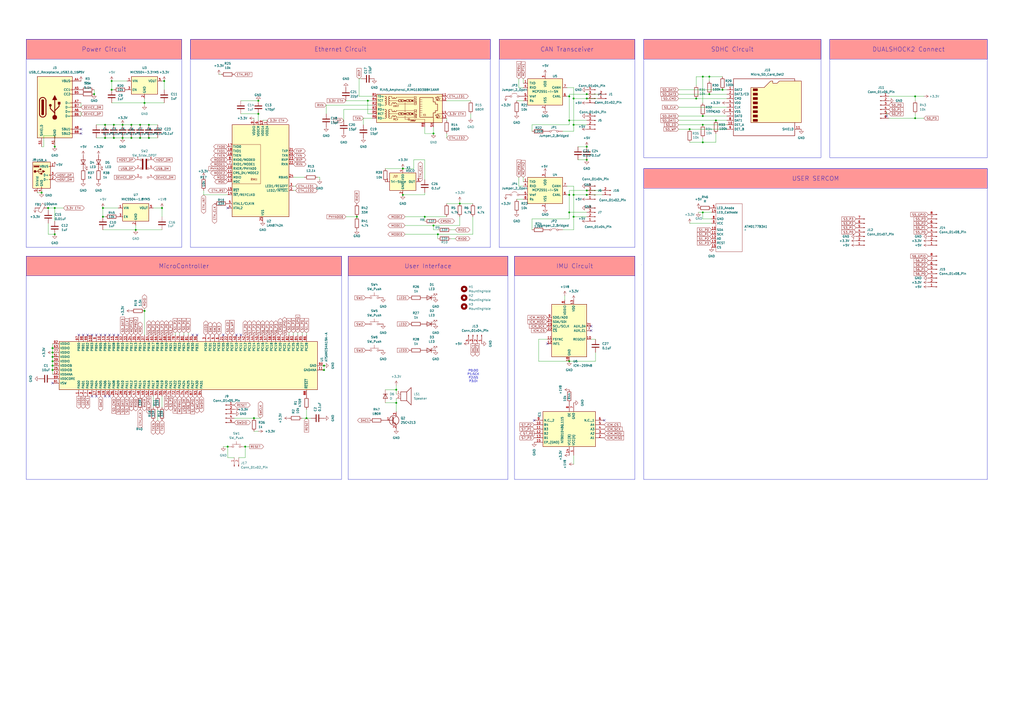
<source format=kicad_sch>
(kicad_sch (version 20231120) (generator "eeschema") (generator_version "8.0")
  (paper "A2")
  (title_block (title "Ethernet Module White Edition") (date "2024-12-07") (company "OMUCT Robot Club") (comment 1 "Designed by U.C") (comment 2 "version 2.2") (comment 3 "OMUCT Robot Club メンバー以外への配布を禁ずる"))
  (lib_symbols
    (symbol "Connector:Conn_01x02_Pin" (pin_names (offset 1.016) hide)
      (property "Reference" "J" (at 0 2.54 0))
      (property "Value" "Conn_01x02_Pin" (at 0 -5.08 0))
      (symbol "Conn_01x02_Pin_1_1"
        (pin passive line (at 5.08 0 180) (length 3.81) (name "Pin_1") (number "1"))
        (pin passive line (at 5.08 -2.54 180) (length 3.81) (name "Pin_2") (number "2"))
      )
    )
    (symbol "Connector:Conn_01x04_Pin" (pin_names (offset 1.016) hide)
      (property "Reference" "J" (at 0 5.08 0))
      (property "Value" "Conn_01x04_Pin" (at 0 -7.62 0))
      (symbol "Conn_01x04_Pin_1_1"
        (pin passive line (at 5.08 2.54 180) (length 3.81) (name "Pin_1") (number "1"))
        (pin passive line (at 5.08 0 180) (length 3.81) (name "Pin_2") (number "2"))
        (pin passive line (at 5.08 -2.54 180) (length 3.81) (name "Pin_3") (number "3"))
        (pin passive line (at 5.08 -5.08 180) (length 3.81) (name "Pin_4") (number "4"))
      )
    )
    (symbol "Connector:Conn_01x05_Pin" (pin_names (offset 1.016) hide)
      (property "Reference" "J" (at 0 7.62 0))
      (property "Value" "Conn_01x05_Pin" (at 0 -7.62 0))
      (symbol "Conn_01x05_Pin_1_1"
        (pin passive line (at 5.08 5.08 180) (length 3.81) (name "Pin_1") (number "1"))
        (pin passive line (at 5.08 2.54 180) (length 3.81) (name "Pin_2") (number "2"))
        (pin passive line (at 5.08 0 180) (length 3.81) (name "Pin_3") (number "3"))
        (pin passive line (at 5.08 -2.54 180) (length 3.81) (name "Pin_4") (number "4"))
        (pin passive line (at 5.08 -5.08 180) (length 3.81) (name "Pin_5") (number "5"))
      )
    )
    (symbol "Connector:Conn_01x06_Pin" (pin_names (offset 1.016) hide)
      (property "Reference" "J" (at 0 7.62 0))
      (property "Value" "Conn_01x06_Pin" (at 0 -10.16 0))
      (symbol "Conn_01x06_Pin_1_1"
        (pin passive line (at 5.08 5.08 180) (length 3.81) (name "Pin_1") (number "1"))
        (pin passive line (at 5.08 2.54 180) (length 3.81) (name "Pin_2") (number "2"))
        (pin passive line (at 5.08 0 180) (length 3.81) (name "Pin_3") (number "3"))
        (pin passive line (at 5.08 -2.54 180) (length 3.81) (name "Pin_4") (number "4"))
        (pin passive line (at 5.08 -5.08 180) (length 3.81) (name "Pin_5") (number "5"))
        (pin passive line (at 5.08 -7.62 180) (length 3.81) (name "Pin_6") (number "6"))
      )
    )
    (symbol "Connector:Conn_01x07_Pin" (pin_names (offset 1.016) hide)
      (property "Reference" "J" (at 0 10.16 0))
      (property "Value" "Conn_01x07_Pin" (at 0 -10.16 0))
      (symbol "Conn_01x07_Pin_1_1"
        (pin passive line (at 5.08 7.62 180) (length 3.81) (name "Pin_1") (number "1"))
        (pin passive line (at 5.08 5.08 180) (length 3.81) (name "Pin_2") (number "2"))
        (pin passive line (at 5.08 2.54 180) (length 3.81) (name "Pin_3") (number "3"))
        (pin passive line (at 5.08 0 180) (length 3.81) (name "Pin_4") (number "4"))
        (pin passive line (at 5.08 -2.54 180) (length 3.81) (name "Pin_5") (number "5"))
        (pin passive line (at 5.08 -5.08 180) (length 3.81) (name "Pin_6") (number "6"))
        (pin passive line (at 5.08 -7.62 180) (length 3.81) (name "Pin_7") (number "7"))
      )
    )
    (symbol "Connector:Conn_01x08_Pin" (pin_names (offset 1.016) hide)
      (property "Reference" "J" (at 0 10.16 0))
      (property "Value" "Conn_01x08_Pin" (at 0 -12.7 0))
      (symbol "Conn_01x08_Pin_1_1"
        (pin passive line (at 5.08 7.62 180) (length 3.81) (name "Pin_1") (number "1"))
        (pin passive line (at 5.08 5.08 180) (length 3.81) (name "Pin_2") (number "2"))
        (pin passive line (at 5.08 2.54 180) (length 3.81) (name "Pin_3") (number "3"))
        (pin passive line (at 5.08 0 180) (length 3.81) (name "Pin_4") (number "4"))
        (pin passive line (at 5.08 -2.54 180) (length 3.81) (name "Pin_5") (number "5"))
        (pin passive line (at 5.08 -5.08 180) (length 3.81) (name "Pin_6") (number "6"))
        (pin passive line (at 5.08 -7.62 180) (length 3.81) (name "Pin_7") (number "7"))
        (pin passive line (at 5.08 -10.16 180) (length 3.81) (name "Pin_8") (number "8"))
      )
    )
    (symbol "Connector:Micro_SD_Card_Det2"
      (property "Reference" "J" (at -16.51 17.78 0))
      (property "Value" "Micro_SD_Card_Det2" (at 16.51 17.78 0))
      (symbol "Micro_SD_Card_Det2_1_1"
        (pin bidirectional line (at -22.86 10.16 0) (length 3.81) (name "DAT2") (number "1"))
        (pin passive line (at -22.86 -10.16 0) (length 3.81) (name "DET_A") (number "10"))
        (pin passive line (at 20.32 -12.7 180) (length 3.81) (name "SHIELD") (number "11"))
        (pin bidirectional line (at -22.86 7.62 0) (length 3.81) (name "DAT3/CD") (number "2"))
        (pin input line (at -22.86 5.08 0) (length 3.81) (name "CMD") (number "3"))
        (pin power_in line (at -22.86 2.54 0) (length 3.81) (name "VDD") (number "4"))
        (pin input line (at -22.86 0 0) (length 3.81) (name "CLK") (number "5"))
        (pin power_in line (at -22.86 -2.54 0) (length 3.81) (name "VSS") (number "6"))
        (pin bidirectional line (at -22.86 -5.08 0) (length 3.81) (name "DAT0") (number "7"))
        (pin bidirectional line (at -22.86 -7.62 0) (length 3.81) (name "DAT1") (number "8"))
        (pin passive line (at -22.86 -12.7 0) (length 3.81) (name "DET_B") (number "9"))
      )
    )
    (symbol "Connector:RJ45_Amphenol_RJMG1BD3B8K1ANR"
      (property "Reference" "J" (at 18.415 10.16 0))
      (property "Value" "RJ45_Amphenol_RJMG1BD3B8K1ANR" (at -19.05 10.16 0))
      (symbol "RJ45_Amphenol_RJMG1BD3B8K1ANR_0_0"
        (text "C1" (at 4.699 6.985 0) (effects (font (size 0.889 0.889))))
        (text "C1" (at 10.16 -3.175 0) (effects (font (size 0.889 0.889))))
        (text "C2" (at 4.699 3.175 0) (effects (font (size 0.889 0.889))))
        (text "C3" (at 4.699 -0.635 0) (effects (font (size 0.889 0.889))))
        (text "C4" (at 4.699 5.715 0) (effects (font (size 0.889 0.889))))
        (text "C5" (at 4.699 4.445 0) (effects (font (size 0.889 0.889))))
        (text "C6" (at 4.699 -4.445 0) (effects (font (size 0.889 0.889))))
        (text "C7" (at 4.699 -1.905 0) (effects (font (size 0.889 0.889))))
        (text "C8" (at 4.699 -3.175 0) (effects (font (size 0.889 0.889))))
        (text "RCV" (at -8.255 -5.715 0) (effects (font (size 1.016 1.016)) (justify left)))
        (text "XMIT" (at -8.255 1.905 0) (effects (font (size 1.016 1.016)) (justify left)))
      )
      (symbol "RJ45_Amphenol_RJMG1BD3B8K1ANR_1_0"
        (text "1000pF" (at 3.302 -6.477 0) (effects (font (size 0.635 0.635))))
      )
      (symbol "RJ45_Amphenol_RJMG1BD3B8K1ANR_1_1"
        (text "75" (at -3.556 -2.54 0) (effects (font (size 0.635 0.635))))
        (text "75" (at -3.556 5.08 0) (effects (font (size 0.635 0.635))))
        (text "75" (at 1.016 -2.54 0) (effects (font (size 0.635 0.635))))
        (text "75" (at 1.016 5.08 0) (effects (font (size 0.635 0.635))))
        (pin passive line (at 22.86 7.62 180) (length 2.54) (name "") (number "L1"))
        (pin passive line (at 22.86 5.08 180) (length 2.54) (name "") (number "L2"))
        (pin passive line (at 22.86 -5.08 180) (length 2.54) (name "") (number "L3"))
        (pin passive line (at 22.86 -2.54 180) (length 2.54) (name "") (number "L4"))
        (pin passive line (at -20.32 7.62 0) (length 2.54) (name "TD+") (number "R1"))
        (pin passive line (at -20.32 2.54 0) (length 2.54) (name "TD-") (number "R2"))
        (pin passive line (at -20.32 0 0) (length 2.54) (name "RD+") (number "R3"))
        (pin passive line (at -20.32 5.08 0) (length 2.54) (name "TCT") (number "R4"))
        (pin passive line (at -20.32 -2.54 0) (length 2.54) (name "RCT") (number "R5"))
        (pin passive line (at -20.32 -5.08 0) (length 2.54) (name "RD-") (number "R6"))
        (pin no_connect line (at 20.32 0 0) (length 0) hide (name "NC") (number "R7"))
        (pin power_in line (at 10.16 -10.16 90) (length 2.54) (name "") (number "R8"))
        (pin passive line (at 15.24 -10.16 90) (length 2.54) (name "") (number "SH"))
      )
    )
    (symbol "Connector:USB_A" (pin_names (offset 1.016))
      (property "Reference" "J" (at -5.08 11.43 0))
      (property "Value" "USB_A" (at -5.08 8.89 0))
      (symbol "USB_A_1_1"
        (pin power_in line (at 7.62 5.08 180) (length 2.54) (name "VBUS") (number "1"))
        (pin bidirectional line (at 7.62 -2.54 180) (length 2.54) (name "D-") (number "2"))
        (pin bidirectional line (at 7.62 0 180) (length 2.54) (name "D+") (number "3"))
        (pin power_in line (at 0 -10.16 90) (length 2.54) (name "GND") (number "4"))
        (pin passive line (at -2.54 -10.16 90) (length 2.54) (name "Shield") (number "5"))
      )
    )
    (symbol "Connector:USB_C_Receptacle_USB2.0_16P" (pin_names (offset 1.016))
      (property "Reference" "J" (at 0 22.225 0))
      (property "Value" "USB_C_Receptacle_USB2.0_16P" (at 0 19.685 0))
      (symbol "USB_C_Receptacle_USB2.0_16P_1_1"
        (pin passive line (at 0 -22.86 90) (length 5.08) (name "GND") (number "A1"))
        (pin passive line (at 0 -22.86 90) (length 5.08) hide (name "GND") (number "A12"))
        (pin passive line (at 15.24 15.24 180) (length 5.08) (name "VBUS") (number "A4"))
        (pin bidirectional line (at 15.24 10.16 180) (length 5.08) (name "CC1") (number "A5"))
        (pin bidirectional line (at 15.24 -2.54 180) (length 5.08) (name "D+") (number "A6"))
        (pin bidirectional line (at 15.24 2.54 180) (length 5.08) (name "D-") (number "A7"))
        (pin bidirectional line (at 15.24 -12.7 180) (length 5.08) (name "SBU1") (number "A8"))
        (pin passive line (at 15.24 15.24 180) (length 5.08) hide (name "VBUS") (number "A9"))
        (pin passive line (at 0 -22.86 90) (length 5.08) hide (name "GND") (number "B1"))
        (pin passive line (at 0 -22.86 90) (length 5.08) hide (name "GND") (number "B12"))
        (pin passive line (at 15.24 15.24 180) (length 5.08) hide (name "VBUS") (number "B4"))
        (pin bidirectional line (at 15.24 7.62 180) (length 5.08) (name "CC2") (number "B5"))
        (pin bidirectional line (at 15.24 -5.08 180) (length 5.08) (name "D+") (number "B6"))
        (pin bidirectional line (at 15.24 0 180) (length 5.08) (name "D-") (number "B7"))
        (pin bidirectional line (at 15.24 -15.24 180) (length 5.08) (name "SBU2") (number "B8"))
        (pin passive line (at 15.24 15.24 180) (length 5.08) hide (name "VBUS") (number "B9"))
        (pin passive line (at -7.62 -22.86 90) (length 5.08) (name "SHIELD") (number "S1"))
      )
    )
    (symbol "Device:C" (pin_numbers hide) (pin_names (offset 0.254))
      (property "Reference" "C" (at 0.635 2.54 0))
      (property "Value" "C" (at 0.635 -2.54 0))
      (symbol "C_1_1"
        (pin passive line (at 0 3.81 270) (length 2.794) (name "~") (number "1"))
        (pin passive line (at 0 -3.81 90) (length 2.794) (name "~") (number "2"))
      )
    )
    (symbol "Device:D" (pin_numbers hide) (pin_names (offset 1.016) hide)
      (property "Reference" "D" (at 0 2.54 0))
      (property "Value" "D" (at 0 -2.54 0))
      (symbol "D_1_1"
        (pin passive line (at -3.81 0 0) (length 2.54) (name "K") (number "1"))
        (pin passive line (at 3.81 0 180) (length 2.54) (name "A") (number "2"))
      )
    )
    (symbol "Device:FerriteBead" (pin_numbers hide) (pin_names (offset 0))
      (property "Reference" "FB" (at -3.81 0.635 90))
      (property "Value" "FerriteBead" (at 3.81 0 90))
      (symbol "FerriteBead_1_1"
        (pin passive line (at 0 3.81 270) (length 2.54) (name "~") (number "1"))
        (pin passive line (at 0 -3.81 90) (length 2.54) (name "~") (number "2"))
      )
    )
    (symbol "Device:LED" (pin_numbers hide) (pin_names (offset 1.016) hide)
      (property "Reference" "D" (at 0 2.54 0))
      (property "Value" "LED" (at 0 -2.54 0))
      (symbol "LED_1_1"
        (pin passive line (at -3.81 0 0) (length 2.54) (name "K") (number "1"))
        (pin passive line (at 3.81 0 180) (length 2.54) (name "A") (number "2"))
      )
    )
    (symbol "Device:R" (pin_numbers hide) (pin_names (offset 0))
      (property "Reference" "R" (at 2.032 0 90))
      (property "Value" "R" (at 0 0 90))
      (symbol "R_1_1"
        (pin passive line (at 0 3.81 270) (length 1.27) (name "~") (number "1"))
        (pin passive line (at 0 -3.81 90) (length 1.27) (name "~") (number "2"))
      )
    )
    (symbol "Device:Speaker" (pin_names (offset 0) hide)
      (property "Reference" "LS" (at 1.27 5.715 0))
      (property "Value" "Speaker" (at 1.27 3.81 0))
      (symbol "Speaker_1_1"
        (pin input line (at -5.08 0 0) (length 2.54) (name "1") (number "1"))
        (pin input line (at -5.08 -2.54 0) (length 2.54) (name "2") (number "2"))
      )
    )
    (symbol "GraphicLCD:ATM0177B3A"
      (property "Reference" "ATM0177B3A" (at -0.254 12.446 0))
      (symbol "ATM0177B3A_1_1"
        (pin input line (at -10.16 -3.81 0) (length 2.54) (name "SDA") (number "10"))
        (pin input line (at -10.16 -6.35 0) (length 2.54) (name "SCK") (number "11"))
        (pin input line (at -10.16 -8.89 0) (length 2.54) (name "A0") (number "12"))
        (pin input line (at -10.16 -11.43 0) (length 2.54) (name "REST") (number "13"))
        (pin input line (at -10.16 6.35 0) (length 2.54) (name "LED_Cathode") (number "14"))
        (pin input line (at -10.16 -13.97 0) (length 2.54) (name "CS") (number "15"))
        (pin input line (at -10.16 8.89 0) (length 2.54) (name "LED_Anode") (number "5"))
        (pin input line (at -10.16 2.54 0) (length 2.54) (name "GND") (number "8"))
        (pin input line (at -10.16 0 0) (length 2.54) (name "VCC") (number "9"))
      )
    )
    (symbol "Interface_CAN_LIN:MCP2551-I-SN" (pin_names (offset 1.016))
      (property "Reference" "U" (at -10.16 8.89 0))
      (property "Value" "MCP2551-I-SN" (at 2.54 8.89 0))
      (symbol "MCP2551-I-SN_1_1"
        (pin input line (at -12.7 5.08 0) (length 2.54) (name "TXD") (number "1"))
        (pin power_in line (at 0 -10.16 90) (length 2.54) (name "VSS") (number "2"))
        (pin power_in line (at 0 10.16 270) (length 2.54) (name "VDD") (number "3"))
        (pin output line (at -12.7 2.54 0) (length 2.54) (name "RXD") (number "4"))
        (pin power_out line (at -12.7 -2.54 0) (length 2.54) (name "Vref") (number "5"))
        (pin bidirectional line (at 12.7 -2.54 180) (length 2.54) (name "CANL") (number "6"))
        (pin bidirectional line (at 12.7 2.54 180) (length 2.54) (name "CANH") (number "7"))
        (pin input line (at -12.7 -5.08 0) (length 2.54) (name "Rs") (number "8"))
      )
    )
    (symbol "Interface_Ethernet:LAN8742A"
      (property "Reference" "U" (at -13.97 29.21 0))
      (property "Value" "LAN8742A" (at 15.24 29.21 0))
      (symbol "LAN8742A_0_0"
        (text "RMII" (at -5.08 -3.81 0) (effects (font (size 1.27 1.27))))
      )
      (symbol "LAN8742A_1_1"
        (pin power_in line (at 2.54 30.48 270) (length 2.54) (name "VDD2A") (number "1"))
        (pin output line (at -20.32 2.54 0) (length 2.54) (name "RXER/PHYAD0") (number "10"))
        (pin bidirectional line (at -20.32 0 0) (length 2.54) (name "CRS_DV/MODE2") (number "11"))
        (pin bidirectional line (at -20.32 -2.54 0) (length 2.54) (name "MDIO") (number "12"))
        (pin input line (at -20.32 -5.08 0) (length 2.54) (name "MDC") (number "13"))
        (pin output line (at -20.32 -12.7 0) (length 2.54) (name "~{INT}/REFCLKO") (number "14"))
        (pin input line (at -20.32 -10.16 0) (length 2.54) (name "~{RST}") (number "15"))
        (pin input line (at -20.32 10.16 0) (length 2.54) (name "TXEN") (number "16"))
        (pin input line (at -20.32 15.24 0) (length 2.54) (name "TXD0") (number "17"))
        (pin input line (at -20.32 12.7 0) (length 2.54) (name "TXD1") (number "18"))
        (pin power_in line (at 0 30.48 270) (length 2.54) (name "VDD1A") (number "19"))
        (pin bidirectional line (at 17.78 -10.16 180) (length 2.54) (name "LED2/~{INTSEL}") (number "2"))
        (pin passive line (at 17.78 10.16 180) (length 2.54) (name "TXN") (number "20"))
        (pin passive line (at 17.78 12.7 180) (length 2.54) (name "TXP") (number "21"))
        (pin passive line (at 17.78 5.08 180) (length 2.54) (name "RXN") (number "22"))
        (pin passive line (at 17.78 7.62 180) (length 2.54) (name "RXP") (number "23"))
        (pin passive line (at 17.78 -2.54 180) (length 2.54) (name "RBIAS") (number "24"))
        (pin power_in line (at 0 -27.94 90) (length 2.54) (name "VSS") (number "25"))
        (pin bidirectional line (at 17.78 -7.62 180) (length 2.54) (name "LED1/REGOFF") (number "3"))
        (pin output line (at -20.32 -20.32 0) (length 2.54) (name "XTAL2") (number "4"))
        (pin input line (at -20.32 -17.78 0) (length 2.54) (name "XTAL1/CLKIN") (number "5"))
        (pin power_in line (at -2.54 30.48 270) (length 2.54) (name "VDDCR") (number "6"))
        (pin bidirectional line (at -20.32 5.08 0) (length 2.54) (name "RXD1/MODE1") (number "7"))
        (pin bidirectional line (at -20.32 7.62 0) (length 2.54) (name "RXD0/MODE0") (number "8"))
        (pin power_in line (at -5.08 30.48 270) (length 2.54) (name "VDDIO") (number "9"))
      )
    )
    (symbol "Jumper:Jumper_2_Bridged" (pin_numbers hide) (pin_names (offset 0) hide) (exclude_from_sim yes)
      (property "Reference" "JP" (at 0 1.905 0))
      (property "Value" "Jumper_2_Bridged" (at 0 -2.54 0))
      (symbol "Jumper_2_Bridged_1_1"
        (pin passive line (at -5.08 0 0) (length 2.54) (name "A") (number "1"))
        (pin passive line (at 5.08 0 180) (length 2.54) (name "B") (number "2"))
      )
    )
    (symbol "Jumper:Jumper_2_Open" (pin_numbers hide) (pin_names (offset 0) hide) (exclude_from_sim yes)
      (property "Reference" "JP" (at 0 2.794 0))
      (property "Value" "Jumper_2_Open" (at 0 -2.286 0))
      (symbol "Jumper_2_Open_1_1"
        (pin passive line (at -5.08 0 0) (length 2.54) (name "A") (number "1"))
        (pin passive line (at 5.08 0 180) (length 2.54) (name "B") (number "2"))
      )
    )
    (symbol "MCU_Microchip_SAME:ATSAME54N19A-A"
      (property "Reference" "U" (at -13.97 76.2 0))
      (property "Value" "ATSAME54N19A-A" (at 30.48 76.2 0))
      (symbol "ATSAME54N19A-A_1_1"
        (pin bidirectional line (at -17.78 63.5 0) (length 3.81) (name "PA00") (number "1"))
        (pin bidirectional line (at 17.78 50.8 180) (length 3.81) (name "PB05") (number "10"))
        (pin bidirectional line (at 17.78 55.88 180) (length 3.81) (name "PB03") (number "100"))
        (pin power_in line (at -2.54 -78.74 90) (length 3.81) (name "GNDANA") (number "11"))
        (pin power_in line (at -5.08 78.74 270) (length 3.81) (name "VDDANA") (number "12"))
        (pin bidirectional line (at 17.78 48.26 180) (length 3.81) (name "PB06") (number "13"))
        (pin bidirectional line (at 17.78 45.72 180) (length 3.81) (name "PB07") (number "14"))
        (pin bidirectional line (at 17.78 43.18 180) (length 3.81) (name "PB08") (number "15"))
        (pin bidirectional line (at 17.78 40.64 180) (length 3.81) (name "PB09") (number "16"))
        (pin bidirectional line (at -17.78 53.34 0) (length 3.81) (name "PA04") (number "17"))
        (pin bidirectional line (at -17.78 50.8 0) (length 3.81) (name "PA05") (number "18"))
        (pin bidirectional line (at -17.78 48.26 0) (length 3.81) (name "PA06") (number "19"))
        (pin bidirectional line (at -17.78 60.96 0) (length 3.81) (name "PA01") (number "2"))
        (pin bidirectional line (at -17.78 45.72 0) (length 3.81) (name "PA07") (number "20"))
        (pin bidirectional line (at 17.78 -20.32 180) (length 3.81) (name "PC05") (number "21"))
        (pin bidirectional line (at 17.78 -22.86 180) (length 3.81) (name "PC06") (number "22"))
        (pin bidirectional line (at 17.78 -25.4 180) (length 3.81) (name "PC07") (number "23"))
        (pin passive line (at 0 -78.74 90) (length 3.81) hide (name "GND") (number "24"))
        (pin power_in line (at -2.54 78.74 270) (length 3.81) (name "VDDIOB") (number "25"))
        (pin bidirectional line (at -17.78 43.18 0) (length 3.81) (name "PA08") (number "26"))
        (pin bidirectional line (at -17.78 40.64 0) (length 3.81) (name "PA09") (number "27"))
        (pin bidirectional line (at -17.78 38.1 0) (length 3.81) (name "PA10") (number "28"))
        (pin bidirectional line (at -17.78 35.56 0) (length 3.81) (name "PA11") (number "29"))
        (pin bidirectional line (at 17.78 -10.16 180) (length 3.81) (name "PC00") (number "3"))
        (pin power_in line (at 0 78.74 270) (length 3.81) (name "VDDIOB") (number "30"))
        (pin passive line (at 0 -78.74 90) (length 3.81) hide (name "GND") (number "31"))
        (pin bidirectional line (at 17.78 38.1 180) (length 3.81) (name "PB10") (number "32"))
        (pin bidirectional line (at 17.78 35.56 180) (length 3.81) (name "PB11") (number "33"))
        (pin bidirectional line (at 17.78 33.02 180) (length 3.81) (name "PB12") (number "34"))
        (pin bidirectional line (at 17.78 30.48 180) (length 3.81) (name "PB13") (number "35"))
        (pin bidirectional line (at 17.78 27.94 180) (length 3.81) (name "PB14") (number "36"))
        (pin bidirectional line (at 17.78 25.4 180) (length 3.81) (name "PB15") (number "37"))
        (pin passive line (at 0 -78.74 90) (length 3.81) hide (name "GND") (number "38"))
        (pin power_in line (at 2.54 78.74 270) (length 3.81) (name "VDDIO") (number "39"))
        (pin bidirectional line (at 17.78 -12.7 180) (length 3.81) (name "PC01") (number "4"))
        (pin bidirectional line (at 17.78 -27.94 180) (length 3.81) (name "PC10") (number "40"))
        (pin bidirectional line (at 17.78 -30.48 180) (length 3.81) (name "PC11") (number "41"))
        (pin bidirectional line (at 17.78 -33.02 180) (length 3.81) (name "PC12") (number "42"))
        (pin bidirectional line (at 17.78 -35.56 180) (length 3.81) (name "PC13") (number "43"))
        (pin bidirectional line (at 17.78 -38.1 180) (length 3.81) (name "PC14") (number "44"))
        (pin bidirectional line (at 17.78 -40.64 180) (length 3.81) (name "PC15") (number "45"))
        (pin bidirectional line (at -17.78 33.02 0) (length 3.81) (name "PA12") (number "46"))
        (pin bidirectional line (at -17.78 30.48 0) (length 3.81) (name "PA13") (number "47"))
        (pin bidirectional line (at -17.78 27.94 0) (length 3.81) (name "PA14") (number "48"))
        (pin bidirectional line (at -17.78 25.4 0) (length 3.81) (name "PA15") (number "49"))
        (pin bidirectional line (at 17.78 -15.24 180) (length 3.81) (name "PC02") (number "5"))
        (pin passive line (at 0 -78.74 90) (length 3.81) hide (name "GND") (number "50"))
        (pin power_in line (at 5.08 78.74 270) (length 3.81) (name "VDDIO") (number "51"))
        (pin bidirectional line (at -17.78 22.86 0) (length 3.81) (name "PA16") (number "52"))
        (pin bidirectional line (at -17.78 20.32 0) (length 3.81) (name "PA17") (number "53"))
        (pin bidirectional line (at -17.78 17.78 0) (length 3.81) (name "PA18") (number "54"))
        (pin bidirectional line (at -17.78 15.24 0) (length 3.81) (name "PA19") (number "55"))
        (pin bidirectional line (at 17.78 -43.18 180) (length 3.81) (name "PC16") (number "56"))
        (pin bidirectional line (at 17.78 -45.72 180) (length 3.81) (name "PC17") (number "57"))
        (pin bidirectional line (at 17.78 -48.26 180) (length 3.81) (name "PC18") (number "58"))
        (pin bidirectional line (at 17.78 -50.8 180) (length 3.81) (name "PC19") (number "59"))
        (pin bidirectional line (at 17.78 -17.78 180) (length 3.81) (name "PC03") (number "6"))
        (pin bidirectional line (at 17.78 -53.34 180) (length 3.81) (name "PC20") (number "60"))
        (pin bidirectional line (at 17.78 -55.88 180) (length 3.81) (name "PC21") (number "61"))
        (pin passive line (at 0 -78.74 90) (length 3.81) hide (name "GND") (number "62"))
        (pin power_in line (at 10.16 78.74 270) (length 3.81) (name "VDDIO") (number "63"))
        (pin bidirectional line (at 17.78 22.86 180) (length 3.81) (name "PB16") (number "64"))
        (pin bidirectional line (at 17.78 20.32 180) (length 3.81) (name "PB17") (number "65"))
        (pin bidirectional line (at 17.78 17.78 180) (length 3.81) (name "PB18") (number "66"))
        (pin bidirectional line (at 17.78 15.24 180) (length 3.81) (name "PB19") (number "67"))
        (pin bidirectional line (at 17.78 12.7 180) (length 3.81) (name "PB20") (number "68"))
        (pin bidirectional line (at 17.78 10.16 180) (length 3.81) (name "PB21") (number "69"))
        (pin bidirectional line (at -17.78 58.42 0) (length 3.81) (name "PA02") (number "7"))
        (pin bidirectional line (at -17.78 12.7 0) (length 3.81) (name "PA20") (number "70"))
        (pin bidirectional line (at -17.78 10.16 0) (length 3.81) (name "PA21") (number "71"))
        (pin bidirectional line (at -17.78 7.62 0) (length 3.81) (name "PA22") (number "72"))
        (pin bidirectional line (at -17.78 5.08 0) (length 3.81) (name "PA23") (number "73"))
        (pin bidirectional line (at -17.78 2.54 0) (length 3.81) (name "PA24") (number "74"))
        (pin bidirectional line (at -17.78 0 0) (length 3.81) (name "PA25") (number "75"))
        (pin passive line (at 0 -78.74 90) (length 3.81) hide (name "GND") (number "76"))
        (pin power_in line (at 7.62 78.74 270) (length 3.81) (name "VDDIO") (number "77"))
        (pin bidirectional line (at 17.78 7.62 180) (length 3.81) (name "PB22") (number "78"))
        (pin bidirectional line (at 17.78 5.08 180) (length 3.81) (name "PB23") (number "79"))
        (pin bidirectional line (at -17.78 55.88 0) (length 3.81) (name "PA03") (number "8"))
        (pin bidirectional line (at 17.78 2.54 180) (length 3.81) (name "PB24") (number "80"))
        (pin bidirectional line (at 17.78 0 180) (length 3.81) (name "PB25") (number "81"))
        (pin bidirectional line (at 17.78 -58.42 180) (length 3.81) (name "PC24") (number "82"))
        (pin bidirectional line (at 17.78 -60.96 180) (length 3.81) (name "PC25") (number "83"))
        (pin bidirectional line (at 17.78 -63.5 180) (length 3.81) (name "PC26") (number "84"))
        (pin bidirectional line (at 17.78 -66.04 180) (length 3.81) (name "PC27") (number "85"))
        (pin bidirectional line (at 17.78 -68.58 180) (length 3.81) (name "PC28") (number "86"))
        (pin bidirectional line (at -17.78 -2.54 0) (length 3.81) (name "PA27") (number "87"))
        (pin input line (at -17.78 -68.58 0) (length 3.81) (name "~{RESET}") (number "88"))
        (pin power_out line (at -7.62 78.74 270) (length 3.81) (name "VDDCORE") (number "89"))
        (pin bidirectional line (at 17.78 53.34 180) (length 3.81) (name "PB04") (number "9"))
        (pin power_in line (at 0 -78.74 90) (length 3.81) (name "GND") (number "90"))
        (pin power_in line (at -10.16 78.74 270) (length 3.81) (name "VSW") (number "91"))
        (pin power_in line (at 12.7 78.74 270) (length 3.81) (name "VDDIO") (number "92"))
        (pin bidirectional line (at -17.78 -5.08 0) (length 3.81) (name "PA30") (number "93"))
        (pin bidirectional line (at -17.78 -7.62 0) (length 3.81) (name "PA31") (number "94"))
        (pin bidirectional line (at 17.78 -2.54 180) (length 3.81) (name "PB30") (number "95"))
        (pin bidirectional line (at 17.78 -5.08 180) (length 3.81) (name "PB31") (number "96"))
        (pin bidirectional line (at 17.78 63.5 180) (length 3.81) (name "PB00") (number "97"))
        (pin bidirectional line (at 17.78 60.96 180) (length 3.81) (name "PB01") (number "98"))
        (pin bidirectional line (at 17.78 58.42 180) (length 3.81) (name "PB02") (number "99"))
      )
    )
    (symbol "Mechanical:MountingHole" (pin_names (offset 1.016)) (exclude_from_sim yes) (in_bom no)
      (property "Reference" "H" (at 0 5.08 0))
      (property "Value" "MountingHole" (at 0 3.175 0))
    )
    (symbol "Oscillator:ASCO"
      (property "Reference" "X" (at -7.62 6.35 0))
      (property "Value" "ASCO" (at 1.27 -6.35 0))
      (symbol "ASCO_1_1"
        (pin input line (at -10.16 0 0) (length 2.54) (name "Tri-State") (number "1"))
        (pin power_in line (at 0 -7.62 90) (length 2.54) (name "GND") (number "2"))
        (pin output line (at 10.16 0 180) (length 2.54) (name "OUT") (number "3"))
        (pin power_in line (at 0 7.62 270) (length 2.54) (name "VDD") (number "4"))
      )
    )
    (symbol "Regulator_Linear:MIC5504-1.8YM5"
      (property "Reference" "U" (at -7.62 8.89 0))
      (property "Value" "MIC5504-1.8YM5" (at -7.62 6.35 0))
      (symbol "MIC5504-1.8YM5_1_1"
        (pin power_in line (at -10.16 2.54 0) (length 2.54) (name "VIN") (number "1"))
        (pin power_in line (at 0 -7.62 90) (length 2.54) (name "GND") (number "2"))
        (pin input line (at -10.16 -2.54 0) (length 2.54) (name "EN") (number "3"))
        (pin no_connect line (at 7.62 -2.54 180) (length 2.54) hide (name "NC") (number "4"))
        (pin power_out line (at 10.16 2.54 180) (length 2.54) (name "VOUT") (number "5"))
      )
    )
    (symbol "Regulator_Linear:MIC5504-3.3YM5"
      (property "Reference" "U" (at -7.62 8.89 0))
      (property "Value" "MIC5504-3.3YM5" (at -7.62 6.35 0))
      (symbol "MIC5504-3.3YM5_1_1"
        (pin power_in line (at -10.16 2.54 0) (length 2.54) (name "VIN") (number "1"))
        (pin power_in line (at 0 -7.62 90) (length 2.54) (name "GND") (number "2"))
        (pin input line (at -10.16 -2.54 0) (length 2.54) (name "EN") (number "3"))
        (pin no_connect line (at 7.62 -2.54 180) (length 2.54) hide (name "NC") (number "4"))
        (pin power_out line (at 10.16 2.54 180) (length 2.54) (name "VOUT") (number "5"))
      )
    )
    (symbol "SamacSys_Parts:NTB0104BQ,115"
      (property "Reference" "IC" (at 26.67 20.32 0))
      (property "Value" "NTB0104BQ,115" (at 26.67 17.78 0))
      (symbol "NTB0104BQ,115_1_1"
        (pin passive line (at 0 -2.54 0) (length 5.08) (name "VCC(A)") (number "1"))
        (pin passive line (at 17.78 20.32 270) (length 5.08) (name "B4") (number "10"))
        (pin passive line (at 15.24 20.32 270) (length 5.08) (name "B3") (number "11"))
        (pin passive line (at 12.7 20.32 270) (length 5.08) (name "B2") (number "12"))
        (pin passive line (at 10.16 20.32 270) (length 5.08) (name "B1") (number "13"))
        (pin passive line (at 0 0 0) (length 5.08) (name "VCC(B)") (number "14"))
        (pin passive line (at 7.62 20.32 270) (length 5.08) (name "EP_(GND)") (number "15"))
        (pin passive line (at 10.16 -20.32 90) (length 5.08) (name "A1") (number "2"))
        (pin passive line (at 12.7 -20.32 90) (length 5.08) (name "A2") (number "3"))
        (pin passive line (at 15.24 -20.32 90) (length 5.08) (name "A3") (number "4"))
        (pin passive line (at 17.78 -20.32 90) (length 5.08) (name "A4") (number "5"))
        (pin passive line (at 20.32 -20.32 90) (length 5.08) (name "N.C._1") (number "6"))
        (pin passive line (at 30.48 -2.54 180) (length 5.08) (name "GND") (number "7"))
        (pin passive line (at 30.48 0 180) (length 5.08) (name "OE") (number "8"))
        (pin passive line (at 20.32 20.32 270) (length 5.08) (name "N.C._2") (number "9"))
      )
    )
    (symbol "Sensor_Motion:ICM-20948"
      (property "Reference" "U" (at -11.43 16.51 0))
      (property "Value" "ICM-20948" (at 7.62 -16.51 0))
      (symbol "ICM-20948_1_1"
        (pin no_connect line (at -10.16 12.7 0) (length 2.54) hide (name "NC") (number "1"))
        (pin passive line (at 12.7 -5.08 180) (length 2.54) (name "REGOUT") (number "10"))
        (pin input line (at -12.7 -5.08 0) (length 2.54) (name "FSYNC") (number "11"))
        (pin output line (at -12.7 -7.62 0) (length 2.54) (name "INT1") (number "12"))
        (pin power_in line (at 2.54 17.78 270) (length 2.54) (name "VDD") (number "13"))
        (pin no_connect line (at 10.16 7.62 180) (length 2.54) hide (name "NC") (number "14"))
        (pin no_connect line (at 10.16 5.08 180) (length 2.54) hide (name "NC") (number "15"))
        (pin no_connect line (at 10.16 -7.62 180) (length 2.54) hide (name "NC") (number "16"))
        (pin no_connect line (at 10.16 -10.16 180) (length 2.54) hide (name "NC") (number "17"))
        (pin power_in line (at 0 -17.78 90) (length 2.54) (name "GND") (number "18"))
        (pin no_connect line (at 10.16 -12.7 180) (length 2.54) hide (name "RESV") (number "19"))
        (pin no_connect line (at -10.16 10.16 0) (length 2.54) hide (name "NC") (number "2"))
        (pin passive line (at 0 -17.78 90) (length 2.54) hide (name "GND") (number "20"))
        (pin bidirectional line (at 12.7 2.54 180) (length 2.54) (name "AUX_DA") (number "21"))
        (pin input line (at -12.7 0 0) (length 2.54) (name "~{CS}") (number "22"))
        (pin input line (at -12.7 2.54 0) (length 2.54) (name "SCL/SCLK") (number "23"))
        (pin bidirectional line (at -12.7 5.08 0) (length 2.54) (name "SDA/SDI") (number "24"))
        (pin no_connect line (at -10.16 -2.54 0) (length 2.54) hide (name "NC") (number "3"))
        (pin no_connect line (at -10.16 -10.16 0) (length 2.54) hide (name "NC") (number "4"))
        (pin no_connect line (at -10.16 -12.7 0) (length 2.54) hide (name "NC") (number "5"))
        (pin no_connect line (at 10.16 10.16 180) (length 2.54) hide (name "NC") (number "6"))
        (pin output line (at 12.7 0 180) (length 2.54) (name "AUX_CL") (number "7"))
        (pin power_in line (at -2.54 17.78 270) (length 2.54) (name "VDDIO") (number "8"))
        (pin bidirectional line (at -12.7 7.62 0) (length 2.54) (name "SDO/AD0") (number "9"))
      )
    )
    (symbol "Switch:SW_Push" (pin_numbers hide) (pin_names (offset 1.016) hide)
      (property "Reference" "SW" (at 1.27 2.54 0))
      (property "Value" "SW_Push" (at 0 -1.524 0))
      (symbol "SW_Push_0_1"
        (pin passive line (at -5.08 0 0) (length 2.54) (name "1") (number "1"))
        (pin passive line (at 5.08 0 180) (length 2.54) (name "2") (number "2"))
      )
    )
    (symbol "Switch:SW_Slide_DPDT" (pin_names (offset 0) hide)
      (property "Reference" "SW" (at 0 6.858 0))
      (property "Value" "SW_Slide_DPDT" (at 0 -8.128 0))
      (symbol "SW_Slide_DPDT_1_1"
        (pin passive line (at -5.08 5.08 0) (length 2.54) (name "A") (number "1"))
        (pin passive line (at -5.08 0 0) (length 2.54) (name "B") (number "2"))
        (pin passive line (at -5.08 -5.08 0) (length 2.54) (name "C") (number "3"))
        (pin passive line (at 5.08 -5.08 180) (length 2.54) (name "A") (number "4"))
        (pin passive line (at 5.08 0 180) (length 2.54) (name "B") (number "5"))
        (pin passive line (at 5.08 5.08 180) (length 2.54) (name "C") (number "6"))
      )
    )
    (symbol "Transistor_BJT:2SC4213" (pin_names (offset 0) hide)
      (property "Reference" "Q" (at 5.08 1.905 0))
      (property "Value" "2SC4213" (at 5.08 0 0))
      (symbol "2SC4213_1_1"
        (pin input line (at -5.08 0 0) (length 5.715) (name "B") (number "1"))
        (pin passive line (at 2.54 -5.08 90) (length 2.54) (name "E") (number "2"))
        (pin passive line (at 2.54 5.08 270) (length 2.54) (name "C") (number "3"))
      )
    )
    (symbol "power:+1V8" (power) (pin_numbers hide) (pin_names (offset 0) hide)
      (property "Value" "+1V8" (at 0 3.556 0))
      (symbol "+1V8_1_1"
        (pin power_in line (at 0 0 90) (length 0) (name "~") (number "1"))
      )
    )
    (symbol "power:+3.3V" (power) (pin_numbers hide) (pin_names (offset 0) hide)
      (property "Value" "+3.3V" (at 0 3.556 0))
      (symbol "+3.3V_1_1"
        (pin power_in line (at 0 0 90) (length 0) (name "~") (number "1"))
      )
    )
    (symbol "power:+5V" (power) (pin_numbers hide) (pin_names (offset 0) hide)
      (property "Value" "+5V" (at 0 3.556 0))
      (symbol "+5V_1_1"
        (pin power_in line (at 0 0 90) (length 0) (name "~") (number "1"))
      )
    )
    (symbol "power:GND" (power) (pin_numbers hide) (pin_names (offset 0) hide)
      (property "Value" "GND" (at 0 -3.81 0))
      (symbol "GND_1_1"
        (pin power_in line (at 0 0 270) (length 0) (name "~") (number "1"))
      )
    )
  )
  (junction (at 66.04 72.39))
  (junction (at 187.96 214.63))
  (junction (at 64.77 52.07))
  (junction (at 332.74 57.15))
  (junction (at 407.67 123.19))
  (junction (at 54.61 54.61))
  (junction (at 95.25 46.99))
  (junction (at 71.12 72.39))
  (junction (at 31.75 120.65))
  (junction (at 149.86 66.04))
  (junction (at 254 135.89))
  (junction (at 330.2 209.55))
  (junction (at 340.36 110.49))
  (junction (at 31.75 135.89))
  (junction (at 330.2 123.19))
  (junction (at 83.82 180.34))
  (junction (at 411.48 44.45))
  (junction (at 86.36 72.39))
  (junction (at 530.86 55.88))
  (junction (at 78.74 133.35))
  (junction (at 59.69 120.65))
  (junction (at 233.68 97.79))
  (junction (at 251.46 77.47))
  (junction (at 60.96 72.39))
  (junction (at 229.87 233.68))
  (junction (at 419.1 52.07))
  (junction (at 403.86 57.15))
  (junction (at 30.48 214.63))
  (junction (at 64.77 46.99))
  (junction (at 30.48 201.93))
  (junction (at 407.67 72.39))
  (junction (at 142.24 259.08))
  (junction (at 213.36 58.42))
  (junction (at 415.29 69.85))
  (junction (at 400.05 74.93))
  (junction (at 229.87 226.06))
  (junction (at 332.74 72.39))
  (junction (at 246.38 125.73))
  (junction (at 340.36 54.61))
  (junction (at 411.48 54.61))
  (junction (at 177.8 242.57))
  (junction (at 407.67 67.31))
  (junction (at 340.36 57.15))
  (junction (at 86.36 80.01))
  (junction (at 251.46 130.81))
  (junction (at 132.08 259.08))
  (junction (at 31.75 85.09))
  (junction (at 30.48 209.55))
  (junction (at 332.74 125.73))
  (junction (at 340.36 85.09))
  (junction (at 149.86 58.42))
  (junction (at 76.2 80.01))
  (junction (at 30.48 207.01))
  (junction (at 233.68 113.03))
  (junction (at 24.13 111.76))
  (junction (at 83.82 59.69))
  (junction (at 530.86 68.58))
  (junction (at 76.2 72.39))
  (junction (at 93.98 120.65))
  (junction (at 60.96 80.01))
  (junction (at 207.01 125.73))
  (junction (at 340.36 113.03))
  (junction (at 330.2 55.88))
  (junction (at 332.74 113.03))
  (junction (at 407.67 82.55))
  (junction (at 330.2 113.03))
  (junction (at 187.96 212.09))
  (junction (at 266.7 118.11))
  (junction (at 66.04 80.01))
  (junction (at 330.2 69.85))
  (junction (at 71.12 80.01))
  (junction (at 407.67 44.45))
  (junction (at 340.36 92.71))
  (junction (at 81.28 80.01))
  (junction (at 81.28 72.39))
  (junction (at 147.32 242.57))
  (junction (at 27.94 120.65))
  (junction (at 59.69 125.73))
  (junction (at 30.48 212.09))
  (junction (at 30.48 204.47))
  (no_connect (at 50.8 194.31))
  (no_connect (at 114.3 194.31))
  (no_connect (at 46.99 77.47))
  (no_connect (at 55.88 229.87))
  (no_connect (at 55.88 194.31))
  (no_connect (at 46.99 74.93))
  (no_connect (at 129.54 194.31))
  (no_connect (at 63.5 229.87))
  (no_connect (at 68.58 194.31))
  (no_connect (at 45.72 194.31))
  (no_connect (at 342.9 191.77))
  (no_connect (at 30.48 222.25))
  (no_connect (at 60.96 229.87))
  (no_connect (at 58.42 194.31))
  (no_connect (at 53.34 194.31))
  (no_connect (at 66.04 194.31))
  (no_connect (at 139.7 194.31))
  (no_connect (at 111.76 194.31))
  (no_connect (at 63.5 194.31))
  (no_connect (at 60.96 194.31))
  (no_connect (at 342.9 189.23))
  (no_connect (at 309.88 243.84))
  (no_connect (at 132.08 120.65))
  (no_connect (at 48.26 194.31))
  (no_connect (at 137.16 194.31))
  (no_connect (at 317.5 199.39))
  (no_connect (at 350.52 243.84))
  (no_connect (at 53.34 229.87))
  (no_connect (at 514.35 67.31))
  (wire (pts (xy 30.48 214.63) (xy 30.48 212.09)))
  (wire (pts (xy 393.7 62.23) (xy 421.64 62.23)))
  (wire (pts (xy 170.18 110.49) (xy 171.45 110.49)))
  (wire (pts (xy 186.69 214.63) (xy 187.96 214.63)))
  (wire (pts (xy 274.32 125.73) (xy 274.32 135.89)))
  (wire (pts (xy 332.74 72.39) (xy 340.36 72.39)))
  (wire (pts (xy 83.82 180.34) (xy 83.82 194.31)))
  (wire (pts (xy 147.32 250.19) (xy 149.86 250.19)))
  (wire (pts (xy 101.6 193.04) (xy 101.6 194.31)))
  (wire (pts (xy 106.68 193.04) (xy 106.68 194.31)))
  (wire (pts (xy 229.87 226.06) (xy 229.87 228.6)))
  (wire (pts (xy 330.2 55.88) (xy 330.2 69.85)))
  (wire (pts (xy 407.67 82.55) (xy 415.29 82.55)))
  (wire (pts (xy 177.8 193.04) (xy 177.8 194.31)))
  (wire (pts (xy 317.5 196.85) (xy 312.42 196.85)))
  (wire (pts (xy 335.28 85.09) (xy 340.36 85.09)))
  (wire (pts (xy 60.96 80.01) (xy 66.04 80.01)))
  (wire (pts (xy 312.42 196.85) (xy 312.42 209.55)))
  (wire (pts (xy 332.74 57.15) (xy 332.74 72.39)))
  (wire (pts (xy 104.14 193.04) (xy 104.14 194.31)))
  (wire (pts (xy 407.67 44.45) (xy 407.67 59.69)))
  (wire (pts (xy 30.48 209.55) (xy 30.48 207.01)))
  (wire (pts (xy 393.7 54.61) (xy 411.48 54.61)))
  (wire (pts (xy 266.7 130.81) (xy 266.7 125.73)))
  (wire (pts (xy 59.69 120.65) (xy 59.69 125.73)))
  (wire (pts (xy 200.66 125.73) (xy 207.01 125.73)))
  (wire (pts (xy 330.2 69.85) (xy 330.2 72.39)))
  (wire (pts (xy 407.67 127) (xy 407.67 123.19)))
  (wire (pts (xy 393.7 69.85) (xy 415.29 69.85)))
  (wire (pts (xy 95.25 46.99) (xy 95.25 52.07)))
  (wire (pts (xy 411.48 54.61) (xy 421.64 54.61)))
  (wire (pts (xy 340.36 54.61) (xy 346.71 54.61)))
  (wire (pts (xy 259.08 118.11) (xy 266.7 118.11)))
  (wire (pts (xy 332.74 125.73) (xy 340.36 125.73)))
  (wire (pts (xy 393.7 57.15) (xy 403.86 57.15)))
  (wire (pts (xy 254 138.43) (xy 254 135.89)))
  (wire (pts (xy 30.48 201.93) (xy 30.48 199.39)))
  (wire (pts (xy 419.1 44.45) (xy 411.48 44.45)))
  (wire (pts (xy 229.87 231.14) (xy 229.87 233.68)))
  (wire (pts (xy 223.52 233.68) (xy 229.87 233.68)))
  (wire (pts (xy 330.2 110.49) (xy 340.36 110.49)))
  (wire (pts (xy 332.74 133.35) (xy 326.39 133.35)))
  (wire (pts (xy 151.13 242.57) (xy 147.32 242.57)))
  (wire (pts (xy 530.86 68.58) (xy 515.62 68.58)))
  (wire (pts (xy 27.94 120.65) (xy 31.75 120.65)))
  (wire (pts (xy 83.82 179.07) (xy 83.82 180.34)))
  (wire (pts (xy 246.38 77.47) (xy 251.46 77.47)))
  (wire (pts (xy 308.61 127) (xy 308.61 133.35)))
  (wire (pts (xy 303.53 58.42) (xy 299.72 58.42)))
  (wire (pts (xy 27.94 129.54) (xy 27.94 135.89)))
  (wire (pts (xy 303.53 102.87) (xy 303.53 105.41)))
  (wire (pts (xy 246.38 92.71) (xy 240.03 92.71)))
  (wire (pts (xy 393.7 52.07) (xy 419.1 52.07)))
  (wire (pts (xy 76.2 72.39) (xy 81.28 72.39)))
  (wire (pts (xy 330.2 113.03) (xy 330.2 123.19)))
  (wire (pts (xy 132.08 259.08) (xy 132.08 265.43)))
  (wire (pts (xy 54.61 52.07) (xy 54.61 54.61)))
  (wire (pts (xy 335.28 92.71) (xy 340.36 92.71)))
  (wire (pts (xy 199.39 63.5) (xy 215.9 63.5)))
  (wire (pts (xy 407.67 123.19) (xy 412.75 123.19)))
  (wire (pts (xy 78.74 133.35) (xy 93.98 133.35)))
  (wire (pts (xy 330.2 72.39) (xy 308.61 72.39)))
  (wire (pts (xy 328.93 107.95) (xy 332.74 107.95)))
  (wire (pts (xy 64.77 46.99) (xy 73.66 46.99)))
  (wire (pts (xy 93.98 46.99) (xy 95.25 46.99)))
  (wire (pts (xy 185.42 102.87) (xy 184.15 102.87)))
  (wire (pts (xy 332.74 107.95) (xy 332.74 113.03)))
  (wire (pts (xy 149.86 66.04) (xy 149.86 69.85)))
  (wire (pts (xy 46.99 64.77) (xy 46.99 67.31)))
  (wire (pts (xy 273.05 66.04) (xy 273.05 68.58)))
  (wire (pts (xy 303.53 115.57) (xy 299.72 115.57)))
  (wire (pts (xy 264.16 133.35) (xy 261.62 133.35)))
  (wire (pts (xy 266.7 116.84) (xy 266.7 118.11)))
  (wire (pts (xy 328.93 113.03) (xy 330.2 113.03)))
  (wire (pts (xy 30.48 212.09) (xy 30.48 209.55)))
  (wire (pts (xy 330.2 69.85) (xy 340.36 69.85)))
  (wire (pts (xy 530.86 55.88) (xy 515.62 55.88)))
  (wire (pts (xy 109.22 193.04) (xy 109.22 194.31)))
  (wire (pts (xy 210.82 68.58) (xy 210.82 72.39)))
  (wire (pts (xy 332.74 269.24) (xy 332.74 264.16)))
  (wire (pts (xy 259.08 58.42) (xy 273.05 58.42)))
  (wire (pts (xy 530.86 66.04) (xy 530.86 68.58)))
  (wire (pts (xy 24.13 85.09) (xy 25.4 85.09)))
  (wire (pts (xy 407.67 44.45) (xy 403.86 44.45)))
  (wire (pts (xy 407.67 72.39) (xy 421.64 72.39)))
  (wire (pts (xy 251.46 130.81) (xy 266.7 130.81)))
  (wire (pts (xy 177.8 242.57) (xy 177.8 237.49)))
  (wire (pts (xy 59.69 125.73) (xy 60.96 125.73)))
  (wire (pts (xy 261.62 138.43) (xy 264.16 138.43)))
  (wire (pts (xy 83.82 60.96) (xy 83.82 59.69)))
  (wire (pts (xy 530.86 55.88) (xy 530.86 58.42)))
  (wire (pts (xy 21.59 111.76) (xy 24.13 111.76)))
  (wire (pts (xy 142.24 259.08) (xy 142.24 265.43)))
  (wire (pts (xy 340.36 110.49) (xy 349.25 110.49)))
  (wire (pts (xy 135.89 242.57) (xy 147.32 242.57)))
  (wire (pts (xy 332.74 76.2) (xy 326.39 76.2)))
  (wire (pts (xy 27.94 120.65) (xy 27.94 121.92)))
  (wire (pts (xy 25.4 85.09) (xy 25.4 78.74)))
  (wire (pts (xy 25.4 78.74) (xy 31.75 78.74)))
  (wire (pts (xy 300.99 45.72) (xy 300.99 50.8)))
  (wire (pts (xy 300.99 107.95) (xy 303.53 107.95)))
  (wire (pts (xy 332.74 57.15) (xy 340.36 57.15)))
  (wire (pts (xy 78.74 133.35) (xy 78.74 130.81)))
  (wire (pts (xy 300.99 50.8) (xy 303.53 50.8)))
  (wire (pts (xy 139.7 58.42) (xy 149.86 58.42)))
  (wire (pts (xy 83.82 59.69) (xy 83.82 57.15)))
  (wire (pts (xy 274.32 135.89) (xy 254 135.89)))
  (wire (pts (xy 400.05 74.93) (xy 421.64 74.93)))
  (wire (pts (xy 30.48 217.17) (xy 30.48 214.63)))
  (wire (pts (xy 132.08 265.43) (xy 135.89 265.43)))
  (wire (pts (xy 81.28 72.39) (xy 86.36 72.39)))
  (wire (pts (xy 246.38 125.73) (xy 259.08 125.73)))
  (wire (pts (xy 46.99 59.69) (xy 46.99 62.23)))
  (wire (pts (xy 60.96 72.39) (xy 66.04 72.39)))
  (wire (pts (xy 64.77 52.07) (xy 66.04 52.07)))
  (wire (pts (xy 88.9 120.65) (xy 93.98 120.65)))
  (wire (pts (xy 55.88 80.01) (xy 60.96 80.01)))
  (wire (pts (xy 93.98 236.22) (xy 93.98 229.87)))
  (wire (pts (xy 86.36 80.01) (xy 91.44 80.01)))
  (wire (pts (xy 175.26 193.04) (xy 175.26 194.31)))
  (wire (pts (xy 332.74 113.03) (xy 332.74 125.73)))
  (wire (pts (xy 251.46 133.35) (xy 251.46 130.81)))
  (wire (pts (xy 213.36 66.04) (xy 215.9 66.04)))
  (wire (pts (xy 208.28 55.88) (xy 215.9 55.88)))
  (wire (pts (xy 142.24 265.43) (xy 138.43 265.43)))
  (wire (pts (xy 400.05 82.55) (xy 407.67 82.55)))
  (wire (pts (xy 91.44 243.84) (xy 91.44 237.49)))
  (wire (pts (xy 59.69 133.35) (xy 78.74 133.35)))
  (wire (pts (xy 170.18 107.95) (xy 171.45 107.95)))
  (wire (pts (xy 419.1 52.07) (xy 421.64 52.07)))
  (wire (pts (xy 30.48 204.47) (xy 30.48 201.93)))
  (wire (pts (xy 233.68 97.79) (xy 240.03 97.79)))
  (wire (pts (xy 514.35 67.31) (xy 514.35 64.77)))
  (wire (pts (xy 152.4 69.85) (xy 154.94 69.85)))
  (wire (pts (xy 411.48 44.45) (xy 407.67 44.45)))
  (wire (pts (xy 328.93 50.8) (xy 332.74 50.8)))
  (wire (pts (xy 118.11 110.49) (xy 118.11 113.03)))
  (wire (pts (xy 170.18 102.87) (xy 176.53 102.87)))
  (wire (pts (xy 246.38 111.76) (xy 246.38 113.03)))
  (wire (pts (xy 340.36 113.03) (xy 349.25 113.03)))
  (wire (pts (xy 88.9 236.22) (xy 88.9 229.87)))
  (wire (pts (xy 403.86 44.45) (xy 403.86 49.53)))
  (wire (pts (xy 208.28 45.72) (xy 208.28 55.88)))
  (wire (pts (xy 234.95 135.89) (xy 254 135.89)))
  (wire (pts (xy 234.95 130.81) (xy 251.46 130.81)))
  (wire (pts (xy 200.66 58.42) (xy 213.36 58.42)))
  (wire (pts (xy 127 43.18) (xy 128.27 43.18)))
  (wire (pts (xy 407.67 67.31) (xy 421.64 67.31)))
  (wire (pts (xy 312.42 209.55) (xy 330.2 209.55)))
  (wire (pts (xy 246.38 92.71) (xy 246.38 104.14)))
  (wire (pts (xy 254 133.35) (xy 251.46 133.35)))
  (wire (pts (xy 415.29 69.85) (xy 421.64 69.85)))
  (wire (pts (xy 246.38 125.73) (xy 246.38 128.27)))
  (wire (pts (xy 400.05 129.54) (xy 412.75 129.54)))
  (wire (pts (xy 403.86 57.15) (xy 421.64 57.15)))
  (wire (pts (xy 55.88 72.39) (xy 60.96 72.39)))
  (wire (pts (xy 31.75 120.65) (xy 36.83 120.65)))
  (wire (pts (xy 300.99 102.87) (xy 300.99 107.95)))
  (wire (pts (xy 71.12 72.39) (xy 76.2 72.39)))
  (wire (pts (xy 208.28 45.72) (xy 209.55 45.72)))
  (wire (pts (xy 93.98 120.65) (xy 93.98 125.73)))
  (wire (pts (xy 81.28 80.01) (xy 86.36 80.01)))
  (wire (pts (xy 332.74 113.03) (xy 340.36 113.03)))
  (wire (pts (xy 229.87 223.52) (xy 229.87 226.06)))
  (wire (pts (xy 412.75 127) (xy 407.67 127)))
  (wire (pts (xy 64.77 59.69) (xy 83.82 59.69)))
  (wire (pts (xy 330.2 123.19) (xy 330.2 127)))
  (wire (pts (xy 393.7 74.93) (xy 400.05 74.93)))
  (wire (pts (xy 189.23 60.96) (xy 189.23 66.04)))
  (wire (pts (xy 345.44 209.55) (xy 330.2 209.55)))
  (wire (pts (xy 172.72 193.04) (xy 172.72 194.31)))
  (wire (pts (xy 411.48 44.45) (xy 411.48 46.99)))
  (wire (pts (xy 187.96 214.63) (xy 187.96 212.09)))
  (wire (pts (xy 76.2 80.01) (xy 81.28 80.01)))
  (wire (pts (xy 393.7 72.39) (xy 407.67 72.39)))
  (wire (pts (xy 266.7 118.11) (xy 274.32 118.11)))
  (wire (pts (xy 59.69 120.65) (xy 68.58 120.65)))
  (wire (pts (xy 246.38 73.66) (xy 246.38 77.47)))
  (wire (pts (xy 31.75 120.65) (xy 31.75 128.27)))
  (wire (pts (xy 332.74 72.39) (xy 332.74 76.2)))
  (wire (pts (xy 415.29 82.55) (xy 415.29 77.47)))
  (wire (pts (xy 330.2 123.19) (xy 340.36 123.19)))
  (wire (pts (xy 71.12 80.01) (xy 76.2 80.01)))
  (wire (pts (xy 332.74 125.73) (xy 332.74 133.35)))
  (wire (pts (xy 66.04 80.01) (xy 71.12 80.01)))
  (wire (pts (xy 213.36 58.42) (xy 213.36 66.04)))
  (wire (pts (xy 139.7 66.04) (xy 149.86 66.04)))
  (wire (pts (xy 308.61 72.39) (xy 308.61 76.2)))
  (wire (pts (xy 215.9 58.42) (xy 213.36 58.42)))
  (wire (pts (xy 185.42 102.87) (xy 185.42 104.14)))
  (wire (pts (xy 330.2 54.61) (xy 340.36 54.61)))
  (wire (pts (xy 170.18 193.04) (xy 170.18 194.31)))
  (wire (pts (xy 340.36 57.15) (xy 346.71 57.15)))
  (wire (pts (xy 332.74 50.8) (xy 332.74 57.15)))
  (wire (pts (xy 345.44 196.85) (xy 342.9 196.85)))
  (wire (pts (xy 175.26 242.57) (xy 177.8 242.57)))
  (wire (pts (xy 147.32 68.58) (xy 147.32 69.85)))
  (wire (pts (xy 83.82 59.69) (xy 95.25 59.69)))
  (wire (pts (xy 259.08 80.01) (xy 259.08 77.47)))
  (wire (pts (xy 405.13 123.19) (xy 407.67 123.19)))
  (wire (pts (xy 86.36 72.39) (xy 91.44 72.39)))
  (wire (pts (xy 246.38 113.03) (xy 233.68 113.03)))
  (wire (pts (xy 330.2 110.49) (xy 330.2 113.03)))
  (wire (pts (xy 30.48 207.01) (xy 30.48 204.47)))
  (wire (pts (xy 189.23 60.96) (xy 215.9 60.96)))
  (wire (pts (xy 177.8 242.57) (xy 180.34 242.57)))
  (wire (pts (xy 229.87 233.68) (xy 229.87 238.76)))
  (wire (pts (xy 66.04 72.39) (xy 71.12 72.39)))
  (wire (pts (xy 234.95 125.73) (xy 246.38 125.73)))
  (wire (pts (xy 199.39 69.85) (xy 199.39 63.5)))
  (wire (pts (xy 303.53 45.72) (xy 303.53 48.26)))
  (wire (pts (xy 393.7 67.31) (xy 407.67 67.31)))
  (wire (pts (xy 64.77 46.99) (xy 64.77 52.07)))
  (wire (pts (xy 118.11 113.03) (xy 132.08 113.03)))
  (wire (pts (xy 167.64 193.04) (xy 167.64 194.31)))
  (wire (pts (xy 345.44 204.47) (xy 345.44 209.55)))
  (wire (pts (xy 144.78 259.08) (xy 142.24 259.08)))
  (wire (pts (xy 330.2 127) (xy 308.61 127)))
  (wire (pts (xy 259.08 68.58) (xy 259.08 69.85)))
  (wire (pts (xy 327.66 171.45) (xy 327.66 173.99)))
  (wire (pts (xy 223.52 97.79) (xy 233.68 97.79)))
  (wire (pts (xy 251.46 73.66) (xy 251.46 77.47)))
  (wire (pts (xy 407.67 80.01) (xy 407.67 82.55)))
  (wire (pts (xy 240.03 97.79) (xy 240.03 92.71)))
  (wire (pts (xy 535.94 68.58) (xy 530.86 68.58)))
  (wire (pts (xy 328.93 55.88) (xy 330.2 55.88)))
  (wire (pts (xy 223.52 226.06) (xy 229.87 226.06)))
  (wire (pts (xy 210.82 68.58) (xy 215.9 68.58)))
  (wire (pts (xy 330.2 54.61) (xy 330.2 55.88)))
  (wire (pts (xy 27.94 135.89) (xy 31.75 135.89)))
  (wire (pts (xy 129.54 259.08) (xy 132.08 259.08)))
  (wire (pts (xy 535.94 55.88) (xy 530.86 55.88)))
  (wire (pts (xy 31.75 85.09) (xy 31.75 78.74)))
  (rectangle (start 373.38 97.79) (end 572.77 278.13))
  (rectangle (start 15.24 148.59) (end 198.12 278.13))
  (rectangle (start 289.56 22.86) (end 368.3 143.51))
  (rectangle (start 110.49 22.86) (end 284.48 143.51))
  (rectangle (start 372.11 153.67) (end 372.11 153.67))
  (rectangle (start 201.93 148.59) (end 294.64 278.13))
  (rectangle (start 481.33 22.86) (end 572.77 91.44))
  (rectangle (start 373.38 22.86) (end 476.25 91.44))
  (rectangle (start 298.45 148.59) (end 368.3 278.13))
  (rectangle (start 15.24 22.86) (end 105.41 143.51))
  (text_box "MicroController" (at 15.24 148.59 0) (size 182.88 11.43) (fill (type color) (color 255 150 150 1)) (effects (font (size 2.54 2.54))))
  (text_box "User Interface" (at 201.93 148.59 0) (size 92.71 11.43) (fill (type color) (color 255 150 150 1)) (effects (font (size 2.54 2.54))))
  (text_box "DUALSHOCK2 Connect" (at 481.33 22.86 0) (size 91.44 11.43) (fill (type color) (color 255 150 150 1)) (effects (font (size 2.54 2.54))))
  (text_box "Ethernet Circuit" (at 110.49 22.86 0) (size 173.99 11.43) (fill (type color) (color 255 150 150 1)) (effects (font (size 2.54 2.54))))
  (text_box "USER SERCOM" (at 373.38 97.79 0) (size 199.39 11.43) (fill (type color) (color 255 150 150 1)) (effects (font (size 2.54 2.54))))
  (text_box "CAN Transceiver" (at 289.56 22.86 0) (size 78.74 11.43) (fill (type color) (color 255 150 150 1)) (effects (font (size 2.54 2.54))))
  (text_box "IMU Circuit" (at 298.45 148.59 0) (size 69.85 11.43) (fill (type color) (color 255 150 150 1)) (effects (font (size 2.54 2.54))))
  (text_box "Power Circuit" (at 15.24 22.86 0) (size 90.17 11.43) (fill (type color) (color 255 150 150 1)) (effects (font (size 2.54 2.54))))
  (text_box "SDHC Circuit" (at 373.38 22.86 0) (size 102.87 11.43) (fill (type color) (color 255 150 150 1)) (effects (font (size 2.54 2.54))))
  (text "P0:DO\nP1:SCK\nP2:SS\nP3:DI\n" (at 274.574 218.186 0) (effects (font (size 1.27 1.27))))
  (global_label "TXD1" (shape bidirectional) (at 93.98 243.84 270) (property "Intersheetrefs" "${INTERSHEET_REFS}" (effects (hide yes))))
  (global_label "MDIO" (shape bidirectional) (at 83.82 179.07 90) (property "Intersheetrefs" "${INTERSHEET_REFS}" (effects (hide yes))))
  (global_label "SD_DAT1" (shape input) (at 71.12 229.87 270) (property "Intersheetrefs" "${INTERSHEET_REFS}" (effects (hide yes))))
  (global_label "S5_GPIO" (shape output) (at 165.1 194.31 90) (property "Intersheetrefs" "${INTERSHEET_REFS}" (effects (hide yes))))
  (global_label "RESET" (shape input) (at 177.8 242.57 270) (property "Intersheetrefs" "${INTERSHEET_REFS}" (effects (hide yes))))
  (global_label "CRSDV" (shape bidirectional) (at 162.56 194.31 90) (property "Intersheetrefs" "${INTERSHEET_REFS}" (effects (hide yes))))
  (global_label "MCPTX1" (shape input) (at 101.6 229.87 270) (property "Intersheetrefs" "${INTERSHEET_REFS}" (effects (hide yes))))
  (global_label "LED1" (shape input) (at 237.49 172.72 180) (property "Intersheetrefs" "${INTERSHEET_REFS}" (effects (hide yes))))
  (global_label "SD_CMD" (shape input) (at 66.04 229.87 270) (property "Intersheetrefs" "${INTERSHEET_REFS}" (effects (hide yes))))
  (global_label "3.3V ETH" (shape input) (at 200.66 58.42 180) (property "Intersheetrefs" "${INTERSHEET_REFS}" (effects (hide yes))))
  (global_label "S0_P3" (shape input) (at 170.18 193.04 90) (property "Intersheetrefs" "${INTERSHEET_REFS}" (effects (hide yes))))
  (global_label "S6_P1" (shape output) (at 154.94 194.31 90) (property "Intersheetrefs" "${INTERSHEET_REFS}" (effects (hide yes))))
  (global_label "SD_DAT0" (shape input) (at 393.7 67.31 180) (property "Intersheetrefs" "${INTERSHEET_REFS}" (effects (hide yes))))
  (global_label "SW1" (shape bidirectional) (at 121.92 194.31 90) (property "Intersheetrefs" "${INTERSHEET_REFS}" (effects (hide yes))))
  (global_label "S1_P1" (shape input) (at 177.8 193.04 90) (property "Intersheetrefs" "${INTERSHEET_REFS}" (effects (hide yes))))
  (global_label "MDC" (shape bidirectional) (at 81.28 194.31 90) (property "Intersheetrefs" "${INTERSHEET_REFS}" (effects (hide yes))))
  (global_label "USB_DP" (shape input) (at 78.74 97.79 180) (property "Intersheetrefs" "${INTERSHEET_REFS}" (effects (hide yes))))
  (global_label "MCPRX1" (shape input) (at 300.99 45.72 90) (property "Intersheetrefs" "${INTERSHEET_REFS}" (effects (hide yes))))
  (global_label "RXD1" (shape bidirectional) (at 264.16 133.35 0) (property "Intersheetrefs" "${INTERSHEET_REFS}" (effects (hide yes))))
  (global_label "USB_DP" (shape input) (at 109.22 229.87 270) (property "Intersheetrefs" "${INTERSHEET_REFS}" (effects (hide yes))))
  (global_label "LED3" (shape input) (at 237.49 203.2 180) (property "Intersheetrefs" "${INTERSHEET_REFS}" (effects (hide yes))))
  (global_label "SWDIO" (shape bidirectional) (at 116.84 229.87 270) (property "Intersheetrefs" "${INTERSHEET_REFS}" (effects (hide yes))))
  (global_label "SWDIO" (shape bidirectional) (at 135.89 245.11 0) (property "Intersheetrefs" "${INTERSHEET_REFS}" (effects (hide yes))))
  (global_label "SD_CLK" (shape input) (at 393.7 62.23 180) (property "Intersheetrefs" "${INTERSHEET_REFS}" (effects (hide yes))))
  (global_label "S1_P2" (shape input) (at 412.75 138.43 180) (property "Intersheetrefs" "${INTERSHEET_REFS}" (effects (hide yes))))
  (global_label "HOST_DP" (shape input) (at 78.74 92.71 180) (property "Intersheetrefs" "${INTERSHEET_REFS}" (effects (hide yes))))
  (global_label "PHYADO0" (shape input) (at 200.66 125.73 180) (property "Intersheetrefs" "${INTERSHEET_REFS}" (effects (hide yes))))
  (global_label "S3_P1" (shape input) (at 496.57 132.08 180) (property "Intersheetrefs" "${INTERSHEET_REFS}" (effects (hide yes))))
  (global_label "LED3" (shape bidirectional) (at 119.38 194.31 90) (property "Intersheetrefs" "${INTERSHEET_REFS}" (effects (hide yes))))
  (global_label "S5_GPIO" (shape input) (at 538.48 124.46 180) (property "Intersheetrefs" "${INTERSHEET_REFS}" (effects (hide yes))))
  (global_label "DAC2" (shape output) (at 276.86 199.39 270) (property "Intersheetrefs" "${INTERSHEET_REFS}" (effects (hide yes))))
  (global_label "S7_P2" (shape output) (at 147.32 194.31 90) (property "Intersheetrefs" "${INTERSHEET_REFS}" (effects (hide yes))))
  (global_label "DAC1" (shape output) (at 274.32 199.39 270) (property "Intersheetrefs" "${INTERSHEET_REFS}" (effects (hide yes))))
  (global_label "SW1" (shape input) (at 212.09 172.72 180) (property "Intersheetrefs" "${INTERSHEET_REFS}" (effects (hide yes))))
  (global_label "TXN" (shape bidirectional) (at 170.18 90.17 0) (property "Intersheetrefs" "${INTERSHEET_REFS}" (effects (hide yes))))
  (global_label "TXD0" (shape bidirectional) (at 91.44 243.84 270) (property "Intersheetrefs" "${INTERSHEET_REFS}" (effects (hide yes))))
  (global_label "SW2" (shape bidirectional) (at 124.46 194.31 90) (property "Intersheetrefs" "${INTERSHEET_REFS}" (effects (hide yes))))
  (global_label "S5_P2" (shape output) (at 91.44 194.31 90) (property "Intersheetrefs" "${INTERSHEET_REFS}" (effects (hide yes))))
  (global_label "S1_P0" (shape input) (at 175.26 193.04 90) (property "Intersheetrefs" "${INTERSHEET_REFS}" (effects (hide yes))))
  (global_label "SD_DAT2" (shape input) (at 393.7 52.07 180) (property "Intersheetrefs" "${INTERSHEET_REFS}" (effects (hide yes))))
  (global_label "S7_P0" (shape output) (at 309.88 251.46 180) (property "Intersheetrefs" "${INTERSHEET_REFS}" (effects (hide yes))))
  (global_label "PHYADO0" (shape input) (at 132.08 97.79 180) (property "Intersheetrefs" "${INTERSHEET_REFS}" (effects (hide yes))))
  (global_label "MODE2" (shape bidirectional) (at 132.08 100.33 180) (property "Intersheetrefs" "${INTERSHEET_REFS}" (effects (hide yes))))
  (global_label "MODE0" (shape bidirectional) (at 234.95 135.89 180) (property "Intersheetrefs" "${INTERSHEET_REFS}" (effects (hide yes))))
  (global_label "TXEN" (shape bidirectional) (at 132.08 90.17 180) (property "Intersheetrefs" "${INTERSHEET_REFS}" (effects (hide yes))))
  (global_label "DEVICE_DM" (shape input) (at 46.99 62.23 0) (property "Intersheetrefs" "${INTERSHEET_REFS}" (effects (hide yes))))
  (global_label "S5_P1" (shape output) (at 88.9 194.31 90) (property "Intersheetrefs" "${INTERSHEET_REFS}" (effects (hide yes))))
  (global_label "MODE1" (shape bidirectional) (at 234.95 130.81 180) (property "Intersheetrefs" "${INTERSHEET_REFS}" (effects (hide yes))))
  (global_label "TXD1" (shape bidirectional) (at 132.08 87.63 180) (property "Intersheetrefs" "${INTERSHEET_REFS}" (effects (hide yes))))
  (global_label "DEVICE_DP" (shape input) (at 78.74 102.87 180) (property "Intersheetrefs" "${INTERSHEET_REFS}" (effects (hide yes))))
  (global_label "RXD1" (shape bidirectional) (at 76.2 229.87 270) (property "Intersheetrefs" "${INTERSHEET_REFS}" (effects (hide yes))))
  (global_label "SD_DAT1" (shape input) (at 393.7 69.85 180) (property "Intersheetrefs" "${INTERSHEET_REFS}" (effects (hide yes))))
  (global_label "S3_P3" (shape input) (at 496.57 127 180) (property "Intersheetrefs" "${INTERSHEET_REFS}" (effects (hide yes))))
  (global_label "SW2" (shape input) (at 212.09 187.96 180) (property "Intersheetrefs" "${INTERSHEET_REFS}" (effects (hide yes))))
  (global_label "S7_P0" (shape output) (at 142.24 194.31 90) (property "Intersheetrefs" "${INTERSHEET_REFS}" (effects (hide yes))))
  (global_label "S1_P0" (shape input) (at 412.75 133.35 180) (property "Intersheetrefs" "${INTERSHEET_REFS}" (effects (hide yes))))
  (global_label "S3_P0" (shape output) (at 96.52 194.31 90) (property "Intersheetrefs" "${INTERSHEET_REFS}" (effects (hide yes))))
  (global_label "MCPTX2" (shape input) (at 76.2 194.31 90) (property "Intersheetrefs" "${INTERSHEET_REFS}" (effects (hide yes))))
  (global_label "SD_CD" (shape input) (at 393.7 72.39 180) (property "Intersheetrefs" "${INTERSHEET_REFS}" (effects (hide yes))))
  (global_label "TXN" (shape input) (at 210.82 68.58 180) (property "Intersheetrefs" "${INTERSHEET_REFS}" (effects (hide yes))))
  (global_label "CRSDV" (shape bidirectional) (at 254 128.27 0) (property "Intersheetrefs" "${INTERSHEET_REFS}" (effects (hide yes))))
  (global_label "DAC1" (shape output) (at 50.8 229.87 270) (property "Intersheetrefs" "${INTERSHEET_REFS}" (effects (hide yes))))
  (global_label "MCPRX2" (shape input) (at 300.99 102.87 90) (property "Intersheetrefs" "${INTERSHEET_REFS}" (effects (hide yes))))
  (global_label "S6_GPIO" (shape output) (at 86.36 229.87 270) (property "Intersheetrefs" "${INTERSHEET_REFS}" (effects (hide yes))))
  (global_label "S1_P2" (shape input) (at 101.6 193.04 90) (property "Intersheetrefs" "${INTERSHEET_REFS}" (effects (hide yes))))
  (global_label "ICM_SCK" (shape input) (at 350.52 248.92 0) (property "Intersheetrefs" "${INTERSHEET_REFS}" (effects (hide yes))))
  (global_label "S7_P3" (shape output) (at 149.86 194.31 90) (property "Intersheetrefs" "${INTERSHEET_REFS}" (effects (hide yes))))
  (global_label "S1_GPIO" (shape input) (at 111.76 229.87 270) (property "Intersheetrefs" "${INTERSHEET_REFS}" (effects (hide yes))))
  (global_label "S0_P1" (shape input) (at 515.62 63.5 0) (property "Intersheetrefs" "${INTERSHEET_REFS}" (effects (hide yes))))
  (global_label "ETH_CLK" (shape bidirectional) (at 243.84 105.41 90) (property "Intersheetrefs" "${INTERSHEET_REFS}" (effects (hide yes))))
  (global_label "ICM_MISO" (shape input) (at 350.52 254 0) (property "Intersheetrefs" "${INTERSHEET_REFS}" (effects (hide yes))))
  (global_label "MCPRX1" (shape input) (at 104.14 229.87 270) (property "Intersheetrefs" "${INTERSHEET_REFS}" (effects (hide yes))))
  (global_label "DAC2" (shape bidirectional) (at 58.42 229.87 270) (property "Intersheetrefs" "${INTERSHEET_REFS}" (effects (hide yes))))
  (global_label "MDC" (shape bidirectional) (at 132.08 105.41 180) (property "Intersheetrefs" "${INTERSHEET_REFS}" (effects (hide yes))))
  (global_label "S5_P2" (shape input) (at 538.48 129.54 180) (property "Intersheetrefs" "${INTERSHEET_REFS}" (effects (hide yes))))
  (global_label "HOST_DP" (shape input) (at 31.75 101.6 0) (property "Intersheetrefs" "${INTERSHEET_REFS}" (effects (hide yes))))
  (global_label "S0_P0" (shape input) (at 106.68 193.04 90) (property "Intersheetrefs" "${INTERSHEET_REFS}" (effects (hide yes))))
  (global_label "HOST_DM" (shape input) (at 31.75 104.14 0) (property "Intersheetrefs" "${INTERSHEET_REFS}" (effects (hide yes))))
  (global_label "RXER" (shape bidirectional) (at 83.82 229.87 270) (property "Intersheetrefs" "${INTERSHEET_REFS}" (effects (hide yes))))
  (global_label "S5_P3" (shape input) (at 538.48 127 180) (property "Intersheetrefs" "${INTERSHEET_REFS}" (effects (hide yes))))
  (global_label "ICM_MISO" (shape input) (at 317.5 184.15 180) (property "Intersheetrefs" "${INTERSHEET_REFS}" (effects (hide yes))))
  (global_label "3.3V ETH" (shape bidirectional) (at 154.94 69.85 0) (property "Intersheetrefs" "${INTERSHEET_REFS}" (effects (hide yes))))
  (global_label "TXD0" (shape bidirectional) (at 132.08 85.09 180) (property "Intersheetrefs" "${INTERSHEET_REFS}" (effects (hide yes))))
  (global_label "3.3V ETH" (shape input) (at 259.08 66.04 0) (property "Intersheetrefs" "${INTERSHEET_REFS}" (effects (hide yes))))
  (global_label "S3_P2" (shape input) (at 496.57 129.54 180) (property "Intersheetrefs" "${INTERSHEET_REFS}" (effects (hide yes))))
  (global_label "MCPTX1" (shape input) (at 303.53 45.72 90) (property "Intersheetrefs" "${INTERSHEET_REFS}" (effects (hide yes))))
  (global_label "RXP" (shape bidirectional) (at 170.18 92.71 0) (property "Intersheetrefs" "${INTERSHEET_REFS}" (effects (hide yes))))
  (global_label "S1_P3" (shape input) (at 104.14 193.04 90) (property "Intersheetrefs" "${INTERSHEET_REFS}" (effects (hide yes))))
  (global_label "RESET" (shape output) (at 144.78 259.08 0) (property "Intersheetrefs" "${INTERSHEET_REFS}" (effects (hide yes))))
  (global_label "SW3" (shape input) (at 212.09 203.2 180) (property "Intersheetrefs" "${INTERSHEET_REFS}" (effects (hide yes))))
  (global_label "RXER" (shape input) (at 207.01 118.11 90) (property "Intersheetrefs" "${INTERSHEET_REFS}" (effects (hide yes))))
  (global_label "LED2" (shape output) (at 48.26 229.87 270) (property "Intersheetrefs" "${INTERSHEET_REFS}" (effects (hide yes))))
  (global_label "MDIO" (shape bidirectional) (at 132.08 102.87 180) (property "Intersheetrefs" "${INTERSHEET_REFS}" (effects (hide yes))))
  (global_label "SD_DAT0" (shape input) (at 68.58 229.87 270) (property "Intersheetrefs" "${INTERSHEET_REFS}" (effects (hide yes))))
  (global_label "RXD0" (shape bidirectional) (at 264.16 138.43 0) (property "Intersheetrefs" "${INTERSHEET_REFS}" (effects (hide yes))))
  (global_label "LED2" (shape input) (at 237.49 187.96 180) (property "Intersheetrefs" "${INTERSHEET_REFS}" (effects (hide yes))))
  (global_label "SD_DAT3" (shape input) (at 71.12 194.31 90) (property "Intersheetrefs" "${INTERSHEET_REFS}" (effects (hide yes))))
  (global_label "ETH_RST" (shape bidirectional) (at 132.08 110.49 180) (property "Intersheetrefs" "${INTERSHEET_REFS}" (effects (hide yes))))
  (global_label "ETH_LED1" (shape bidirectional) (at 259.08 55.88 0) (property "Intersheetrefs" "${INTERSHEET_REFS}" (effects (hide yes))))
  (global_label "S0_P0" (shape input) (at 515.62 60.96 0) (property "Intersheetrefs" "${INTERSHEET_REFS}" (effects (hide yes))))
  (global_label "ICM_CS" (shape input) (at 350.52 246.38 0) (property "Intersheetrefs" "${INTERSHEET_REFS}" (effects (hide yes))))
  (global_label "SD_DAT3" (shape input) (at 393.7 54.61 180) (property "Intersheetrefs" "${INTERSHEET_REFS}" (effects (hide yes))))
  (global_label "ETH_CLK" (shape input) (at 81.28 237.49 270) (property "Intersheetrefs" "${INTERSHEET_REFS}" (effects (hide yes))))
  (global_label "S0_GPIO" (shape input) (at 172.72 193.04 90) (property "Intersheetrefs" "${INTERSHEET_REFS}" (effects (hide yes))))
  (global_label "S5_P0" (shape output) (at 86.36 194.31 90) (property "Intersheetrefs" "${INTERSHEET_REFS}" (effects (hide yes))))
  (global_label "TXP" (shape bidirectional) (at 170.18 87.63 0) (property "Intersheetrefs" "${INTERSHEET_REFS}" (effects (hide yes))))
  (global_label "3.3V ETH" (shape bidirectional) (at 36.83 120.65 0) (property "Intersheetrefs" "${INTERSHEET_REFS}" (effects (hide yes))))
  (global_label "SD_CMD" (shape input) (at 393.7 57.15 180) (property "Intersheetrefs" "${INTERSHEET_REFS}" (effects (hide yes))))
  (global_label "MODE0" (shape bidirectional) (at 132.08 92.71 180) (property "Intersheetrefs" "${INTERSHEET_REFS}" (effects (hide yes))))
  (global_label "S0_P2" (shape input) (at 167.64 193.04 90) (property "Intersheetrefs" "${INTERSHEET_REFS}" (effects (hide yes))))
  (global_label "S6_P2" (shape output) (at 157.48 194.31 90) (property "Intersheetrefs" "${INTERSHEET_REFS}" (effects (hide yes))))
  (global_label "S5_P3" (shape output) (at 93.98 194.31 90) (property "Intersheetrefs" "${INTERSHEET_REFS}" (effects (hide yes))))
  (global_label "S0_P3" (shape input) (at 535.94 68.58 0) (property "Intersheetrefs" "${INTERSHEET_REFS}" (effects (hide yes))))
  (global_label "S3_P1" (shape output) (at 99.06 194.31 90) (property "Intersheetrefs" "${INTERSHEET_REFS}" (effects (hide yes))))
  (global_label "HOST_DM" (shape input) (at 88.9 92.71 0) (property "Intersheetrefs" "${INTERSHEET_REFS}" (effects (hide yes))))
  (global_label "S7_P2" (shape input) (at 309.88 246.38 180) (property "Intersheetrefs" "${INTERSHEET_REFS}" (effects (hide yes))))
  (global_label "MODE2" (shape bidirectional) (at 234.95 125.73 180) (property "Intersheetrefs" "${INTERSHEET_REFS}" (effects (hide yes))))
  (global_label "S1_P1" (shape input) (at 412.75 135.89 180) (property "Intersheetrefs" "${INTERSHEET_REFS}" (effects (hide yes))))
  (global_label "TXP" (shape input) (at 199.39 69.85 180) (property "Intersheetrefs" "${INTERSHEET_REFS}" (effects (hide yes))))
  (global_label "ETH_LED1" (shape bidirectional) (at 171.45 107.95 0) (property "Intersheetrefs" "${INTERSHEET_REFS}" (effects (hide yes))))
  (global_label "LED1" (shape output) (at 45.72 229.87 270) (property "Intersheetrefs" "${INTERSHEET_REFS}" (effects (hide yes))))
  (global_label "ETH_CLK" (shape bidirectional) (at 124.46 118.11 270) (property "Intersheetrefs" "${INTERSHEET_REFS}" (effects (hide yes))))
  (global_label "ETH_INT" (shape bidirectional) (at 118.11 113.03 270) (property "Intersheetrefs" "${INTERSHEET_REFS}" (effects (hide yes))))
  (global_label "SWCLK" (shape bidirectional) (at 151.13 242.57 90) (property "Intersheetrefs" "${INTERSHEET_REFS}" (effects (hide yes))))
  (global_label "ICM_MOSI" (shape input) (at 317.5 186.69 180) (property "Intersheetrefs" "${INTERSHEET_REFS}" (effects (hide yes))))
  (global_label "S6_P3" (shape output) (at 160.02 194.31 90) (property "Intersheetrefs" "${INTERSHEET_REFS}" (effects (hide yes))))
  (global_label "S3_P2" (shape output) (at 96.52 229.87 270) (property "Intersheetrefs" "${INTERSHEET_REFS}" (effects (hide yes))))
  (global_label "S6_P3" (shape input) (at 538.48 151.13 180) (property "Intersheetrefs" "${INTERSHEET_REFS}" (effects (hide yes))))
  (global_label "RXN" (shape bidirectional) (at 170.18 95.25 0) (property "Intersheetrefs" "${INTERSHEET_REFS}" (effects (hide yes))))
  (global_label "DAC1" (shape output) (at 214.63 243.84 180) (property "Intersheetrefs" "${INTERSHEET_REFS}" (effects (hide yes))))
  (global_label "SD_CLK" (shape input) (at 73.66 194.31 90) (property "Intersheetrefs" "${INTERSHEET_REFS}" (effects (hide yes))))
  (global_label "S6_P1" (shape input) (at 538.48 156.21 180) (property "Intersheetrefs" "${INTERSHEET_REFS}" (effects (hide yes))))
  (global_label "TXEN" (shape bidirectional) (at 88.9 243.84 270) (property "Intersheetrefs" "${INTERSHEET_REFS}" (effects (hide yes))))
  (global_label "S3_P0" (shape input) (at 496.57 134.62 180) (property "Intersheetrefs" "${INTERSHEET_REFS}" (effects (hide yes))))
  (global_label "RXP" (shape input) (at 208.28 45.72 90) (property "Intersheetrefs" "${INTERSHEET_REFS}" (effects (hide yes))))
  (global_label "MCPTX2" (shape input) (at 303.53 102.87 90) (property "Intersheetrefs" "${INTERSHEET_REFS}" (effects (hide yes))))
  (global_label "S6_P0" (shape output) (at 152.4 194.31 90) (property "Intersheetrefs" "${INTERSHEET_REFS}" (effects (hide yes))))
  (global_label "MCPRX2" (shape input) (at 78.74 194.31 90) (property "Intersheetrefs" "${INTERSHEET_REFS}" (effects (hide yes))))
  (global_label "S3_P3" (shape output) (at 99.06 229.87 270) (property "Intersheetrefs" "${INTERSHEET_REFS}" (effects (hide yes))))
  (global_label "USB_DM" (shape input) (at 106.68 229.87 270) (property "Intersheetrefs" "${INTERSHEET_REFS}" (effects (hide yes))))
  (global_label "ICM_SCK" (shape input) (at 317.5 189.23 180) (property "Intersheetrefs" "${INTERSHEET_REFS}" (effects (hide yes))))
  (global_label "S1_P3" (shape input) (at 412.75 140.97 180) (property "Intersheetrefs" "${INTERSHEET_REFS}" (effects (hide yes))))
  (global_label "ICM_CS" (shape input) (at 317.5 191.77 180) (property "Intersheetrefs" "${INTERSHEET_REFS}" (effects (hide yes))))
  (global_label "SWCLK" (shape bidirectional) (at 114.3 229.87 270) (property "Intersheetrefs" "${INTERSHEET_REFS}" (effects (hide yes))))
  (global_label "SW3" (shape bidirectional) (at 127 194.31 90) (property "Intersheetrefs" "${INTERSHEET_REFS}" (effects (hide yes))))
  (global_label "S7_P3" (shape input) (at 309.88 254 180) (property "Intersheetrefs" "${INTERSHEET_REFS}" (effects (hide yes))))
  (global_label "RXN" (shape input) (at 189.23 60.96 180) (property "Intersheetrefs" "${INTERSHEET_REFS}" (effects (hide yes))))
  (global_label "USB_DM" (shape input) (at 88.9 97.79 0) (property "Intersheetrefs" "${INTERSHEET_REFS}" (effects (hide yes))))
  (global_label "ETH_LED2" (shape bidirectional) (at 259.08 80.01 0) (property "Intersheetrefs" "${INTERSHEET_REFS}" (effects (hide yes))))
  (global_label "ICM_MOSI" (shape input) (at 350.52 251.46 0) (property "Intersheetrefs" "${INTERSHEET_REFS}" (effects (hide yes))))
  (global_label "DEVICE_DM" (shape input) (at 88.9 102.87 0) (property "Intersheetrefs" "${INTERSHEET_REFS}" (effects (hide yes))))
  (global_label "S6_P0" (shape input) (at 538.48 158.75 180) (property "Intersheetrefs" "${INTERSHEET_REFS}" (effects (hide yes))))
  (global_label "S7_P1" (shape input) (at 309.88 248.92 180) (property "Intersheetrefs" "${INTERSHEET_REFS}" (effects (hide yes))))
  (global_label "MODE1" (shape bidirectional) (at 132.08 95.25 180) (property "Intersheetrefs" "${INTERSHEET_REFS}" (effects (hide yes))))
  (global_label "ETH_RST" (shape input) (at 135.89 43.18 0) (property "Intersheetrefs" "${INTERSHEET_REFS}" (effects (hide yes))))
  (global_label "S5_P1" (shape input) (at 538.48 132.08 180) (property "Intersheetrefs" "${INTERSHEET_REFS}" (effects (hide yes))))
  (global_label "DEVICE_DP" (shape input) (at 46.99 66.04 0) (property "Intersheetrefs" "${INTERSHEET_REFS}" (effects (hide yes))))
  (global_label "S5_P0" (shape input) (at 538.48 134.62 180) (property "Intersheetrefs" "${INTERSHEET_REFS}" (effects (hide yes))))
  (global_label "SD_DAT2" (shape input) (at 73.66 229.87 270) (property "Intersheetrefs" "${INTERSHEET_REFS}" (effects (hide yes))))
  (global_label "S0_P1" (shape input) (at 109.22 193.04 90) (property "Intersheetrefs" "${INTERSHEET_REFS}" (effects (hide yes))))
  (global_label "RXD0" (shape bidirectional) (at 78.74 229.87 270) (property "Intersheetrefs" "${INTERSHEET_REFS}" (effects (hide yes))))
  (global_label "ETH_LED2" (shape bidirectional) (at 171.45 110.49 0) (property "Intersheetrefs" "${INTERSHEET_REFS}" (effects (hide yes))))
  (global_label "RESET" (shape bidirectional) (at 135.89 234.95 0) (property "Intersheetrefs" "${INTERSHEET_REFS}" (effects (hide yes))))
  (global_label "SD_CD" (shape input) (at 132.08 194.31 90) (property "Intersheetrefs" "${INTERSHEET_REFS}" (effects (hide yes))))
  (global_label "S6_P2" (shape input) (at 538.48 153.67 180) (property "Intersheetrefs" "${INTERSHEET_REFS}" (effects (hide yes))))
  (global_label "SD_WP" (shape input) (at 393.7 74.93 180) (property "Intersheetrefs" "${INTERSHEET_REFS}" (effects (hide yes))))
  (global_label "S0_P2" (shape input) (at 515.62 66.04 0) (property "Intersheetrefs" "${INTERSHEET_REFS}" (effects (hide yes))))
  (global_label "S6_GPIO" (shape input) (at 538.48 148.59 180) (property "Intersheetrefs" "${INTERSHEET_REFS}" (effects (hide yes))))
  (global_label "S7_P1" (shape output) (at 144.78 194.31 90) (property "Intersheetrefs" "${INTERSHEET_REFS}" (effects (hide yes))))
  (global_label "SD_WP" (shape input) (at 134.62 194.31 90) (property "Intersheetrefs" "${INTERSHEET_REFS}" (effects (hide yes))))
  (symbol (lib_id "Device:R") (at 259.08 73.66 0) (unit 1)
    (property "Reference" "R14" (at 261.62 72.3899 0) (effects (justify left)))
    (property "Value" "680R" (at 261.62 74.9299 0) (effects (justify left)))
    (property "Footprint" "Resistor_SMD:R_0603_1608Metric" (effects (hide yes)))
    (property "Description" "Resistor" (effects (hide yes)))
  )
  (symbol (lib_id "Switch:SW_Slide_DPDT") (at 83.82 97.79 0) (unit 1)
    (property "Reference" "SW2" (at 83.82 87.63 0))
    (property "Value" "SW_Slide_DPDT" (at 83.82 90.17 0))
    (property "Footprint" "Button_Switch_THT:SW_CK_JS202011CQN_DPDT_Straight" (effects (hide yes)))
    (property "Description" "Slide Switch, dual pole double throw" (effects (hide yes)))
  )
  (symbol (lib_id "power:GND") (at 340.36 120.65 270) (unit 1)
    (property "Reference" "#PWR048" (effects (hide yes)))
    (property "Value" "GND" (at 343.154 119.888 90) (effects (justify right)))
    (property "Description" "Power symbol creates a global label with name \"GND\" , ground" (effects (hide yes)))
  )
  (symbol (lib_id "Connector:Conn_01x06_Pin") (at 510.54 60.96 0) (unit 1)
    (property "Reference" "J11" (at 511.175 50.8 0))
    (property "Value" "Conn_01x06_Pin" (at 511.175 53.34 0))
    (property "Footprint" "Connector_PinHeader_1.27mm:PinHeader_1x06_P1.27mm_Vertical" (effects (hide yes)))
    (property "Description" "Generic connector, single row, 01x06, script generated" (effects (hide yes)))
  )
  (symbol (lib_id "Connector:Conn_01x04_Pin") (at 276.86 194.31 270) (unit 1)
    (property "Reference" "J13" (at 275.59 189.23 90))
    (property "Value" "Conn_01x04_Pin" (at 275.59 191.77 90))
    (property "Footprint" "Connector_PinHeader_1.27mm:PinHeader_1x04_P1.27mm_Vertical" (effects (hide yes)))
    (property "Description" "Generic connector, single row, 01x04, script generated" (effects (hide yes)))
  )
  (symbol (lib_id "Device:R") (at 80.01 180.34 90) (unit 1)
    (property "Reference" "R19" (at 78.7399 177.8 0) (effects (justify left)))
    (property "Value" "1.5k" (at 81.2799 177.8 0) (effects (justify left)))
    (property "Footprint" "Resistor_SMD:R_0603_1608Metric" (effects (hide yes)))
    (property "Description" "Resistor" (effects (hide yes)))
  )
  (symbol (lib_id "power:+5V") (at 46.99 46.99 0) (unit 1)
    (property "Reference" "#PWR014" (effects (hide yes)))
    (property "Value" "+5V" (at 46.99 41.91 0))
    (property "Description" "Power symbol creates a global label with name \"+5V\"" (effects (hide yes)))
  )
  (symbol (lib_id "power:+3.3V") (at 421.64 59.69 90) (unit 1)
    (property "Reference" "#PWR059" (effects (hide yes)))
    (property "Value" "+3.3V" (at 417.83 59.6899 90) (effects (justify left)))
    (property "Description" "Power symbol creates a global label with name \"+3.3V\"" (effects (hide yes)))
  )
  (symbol (lib_id "Switch:SW_Push") (at 217.17 187.96 0) (unit 1)
    (property "Reference" "SW5" (at 217.17 180.34 0))
    (property "Value" "SW_Push" (at 217.17 182.88 0))
    (property "Footprint" "Button_Switch_SMD:SW_Push_1P1T_NO_CK_KMR2" (effects (hide yes)))
    (property "Description" "Push button switch, generic, two pins" (effects (hide yes)))
  )
  (symbol (lib_id "Device:C") (at 31.75 132.08 0) (unit 1)
    (property "Reference" "C12" (at 35.56 130.8099 0) (effects (justify left)))
    (property "Value" "1uF" (at 35.56 133.3499 0) (effects (justify left)))
    (property "Footprint" "Resistor_SMD:R_0603_1608Metric" (effects (hide yes)))
    (property "Description" "Unpolarized capacitor" (effects (hide yes)))
  )
  (symbol (lib_id "Device:LED") (at 57.15 93.98 90) (unit 1)
    (property "Reference" "D5" (at 60.96 94.2974 90) (effects (justify right)))
    (property "Value" "LED" (at 60.96 96.8374 90) (effects (justify right)))
    (property "Footprint" "LED_SMD:LED_0603_1608Metric" (effects (hide yes)))
    (property "Description" "Light emitting diode" (effects (hide yes)))
  )
  (symbol (lib_id "power:GND") (at 412.75 143.51 0) (unit 1)
    (property "Reference" "#PWR087" (effects (hide yes)))
    (property "Value" "GND" (at 412.75 148.59 0))
    (property "Description" "Power symbol creates a global label with name \"GND\" , ground" (effects (hide yes)))
  )
  (symbol (lib_id "power:GND") (at 48.26 105.41 0) (unit 1)
    (property "Reference" "#PWR063" (effects (hide yes)))
    (property "Value" "GND" (at 48.26 110.49 0))
    (property "Description" "Power symbol creates a global label with name \"GND\" , ground" (effects (hide yes)))
  )
  (symbol (lib_id "Device:R") (at 411.48 50.8 0) (unit 1)
    (property "Reference" "R30" (at 413.004 49.53 0) (effects (justify left)))
    (property "Value" "100k" (at 413.258 51.816 0) (effects (justify left)))
    (property "Footprint" "Resistor_SMD:R_0603_1608Metric" (effects (hide yes)))
    (property "Description" "Resistor" (effects (hide yes)))
  )
  (symbol (lib_id "power:+3.3V") (at 330.2 264.16 90) (unit 1)
    (property "Reference" "#PWR076" (effects (hide yes)))
    (property "Value" "+3.3V" (at 325.12 264.16 0))
    (property "Description" "Power symbol creates a global label with name \"+3.3V\"" (effects (hide yes)))
  )
  (symbol (lib_id "power:GND") (at 252.73 203.2 0) (unit 1)
    (property "Reference" "#PWR057" (effects (hide yes)))
    (property "Value" "GND" (at 252.73 208.28 0))
    (property "Description" "Power symbol creates a global label with name \"GND\" , ground" (effects (hide yes)))
  )
  (symbol (lib_id "Connector:Conn_01x05_Pin") (at 130.81 240.03 0) (unit 1)
    (property "Reference" "J9" (at 131.445 229.87 0))
    (property "Value" "Conn_01x05_Pin" (at 131.445 232.41 0))
    (property "Footprint" "Connector_JST:JST_PH_B5B-PH-K_1x05_P2.00mm_Vertical" (effects (hide yes)))
    (property "Description" "Generic connector, single row, 01x05, script generated" (effects (hide yes)))
  )
  (symbol (lib_id "power:GND") (at 299.72 66.04 0) (unit 1)
    (property "Reference" "#PWR041" (effects (hide yes)))
    (property "Value" "GND" (at 299.72 71.12 0))
    (property "Description" "Power symbol creates a global label with name \"GND\" , ground" (effects (hide yes)))
  )
  (symbol (lib_id "Device:R") (at 408.94 120.65 90) (unit 1)
    (property "Reference" "R46" (at 408.94 114.3 90))
    (property "Value" "R" (at 408.94 116.84 90))
    (property "Footprint" "Resistor_SMD:R_0603_1608Metric" (effects (hide yes)))
    (property "Description" "Resistor" (effects (hide yes)))
  )
  (symbol (lib_id "power:GND") (at 340.36 92.71 0) (unit 1)
    (property "Reference" "#PWR068" (effects (hide yes)))
    (property "Value" "GND" (at 340.36 97.79 0))
    (property "Description" "Power symbol creates a global label with name \"GND\" , ground" (effects (hide yes)))
  )
  (symbol (lib_id "power:GND") (at 405.13 123.19 0) (unit 1)
    (property "Reference" "#PWR085" (effects (hide yes)))
    (property "Value" "GND" (at 405.384 126.746 0))
    (property "Description" "Power symbol creates a global label with name \"GND\" , ground" (effects (hide yes)))
  )
  (symbol (lib_id "power:GND") (at 330.2 209.55 0) (unit 1)
    (property "Reference" "#PWR074" (effects (hide yes)))
    (property "Value" "GND" (at 330.2 214.63 0))
    (property "Description" "Power symbol creates a global label with name \"GND\" , ground" (effects (hide yes)))
  )
  (symbol (lib_id "Interface_CAN_LIN:MCP2551-I-SN") (at 316.23 53.34 0) (unit 1)
    (property "Reference" "U5" (at 320.548 44.196 0) (effects (justify left)))
    (property "Value" "MCP2551-I-SN" (at 308.61 53.086 0) (effects (justify left)))
    (property "Footprint" "Package_SO:SOIC-8_3.9x4.9mm_P1.27mm" (effects (hide yes)))
    (property "Datasheet" "http://ww1.microchip.com/downloads/en/devicedoc/21667d.pdf" (effects (hide yes)))
    (property "Description" "High-Speed CAN Transceiver, 1Mbps, 5V supply, SOIC-8" (effects (hide yes)))
  )
  (symbol (lib_id "power:+5V") (at 340.36 59.69 90) (unit 1)
    (property "Reference" "#PWR040" (effects (hide yes)))
    (property "Value" "+5V" (at 337.566 59.69 90) (effects (justify left)))
    (property "Description" "Power symbol creates a global label with name \"+5V\"" (effects (hide yes)))
  )
  (symbol (lib_id "power:+3.3V") (at 135.89 237.49 270) (unit 1)
    (property "Reference" "#PWR030" (effects (hide yes)))
    (property "Value" "+3.3V" (at 140.97 237.49 90))
    (property "Description" "Power symbol creates a global label with name \"+3.3V\"" (effects (hide yes)))
  )
  (symbol (lib_id "power:GND") (at 538.48 161.29 270) (unit 1)
    (property "Reference" "#PWR094" (effects (hide yes)))
    (property "Value" "GND" (at 534.67 161.2899 90) (effects (justify right)))
    (property "Description" "Power symbol creates a global label with name \"GND\" , ground" (effects (hide yes)))
  )
  (symbol (lib_id "Device:R") (at 415.29 73.66 0) (unit 1)
    (property "Reference" "R33" (at 416.814 72.39 0) (effects (justify left)))
    (property "Value" "100k" (at 417.068 74.676 0) (effects (justify left)))
    (property "Footprint" "Resistor_SMD:R_0603_1608Metric" (effects (hide yes)))
    (property "Description" "Resistor" (effects (hide yes)))
  )
  (symbol (lib_id "power:+3.3V") (at 30.48 204.47 90) (unit 1)
    (property "Reference" "#PWR07" (effects (hide yes)))
    (property "Value" "+3.3V" (at 25.4 204.47 0))
    (property "Description" "Power symbol creates a global label with name \"+3.3V\"" (effects (hide yes)))
  )
  (symbol (lib_id "Device:R") (at 50.8 54.61 90) (unit 1)
    (property "Reference" "R4" (at 50.8 48.26 90))
    (property "Value" "5.1k" (at 50.8 50.8 90))
    (property "Footprint" "Resistor_SMD:R_0603_1608Metric" (effects (hide yes)))
    (property "Description" "Resistor" (effects (hide yes)))
  )
  (symbol (lib_id "Device:Speaker") (at 234.95 228.6 0) (unit 1)
    (property "Reference" "LS1" (at 240.03 228.5999 0) (effects (justify left)))
    (property "Value" "Speaker" (at 240.03 231.1399 0) (effects (justify left)))
    (property "Footprint" "Buzzer_Beeper:PUIAudio_SMT_0825_S_4_R" (effects (hide yes)))
    (property "Description" "Speaker" (effects (hide yes)))
  )
  (symbol (lib_id "Switch:SW_Push") (at 217.17 172.72 0) (unit 1)
    (property "Reference" "SW4" (at 217.17 165.1 0))
    (property "Value" "SW_Push" (at 217.17 167.64 0))
    (property "Footprint" "Button_Switch_SMD:SW_Push_1P1T_NO_CK_KMR2" (effects (hide yes)))
    (property "Description" "Push button switch, generic, two pins" (effects (hide yes)))
  )
  (symbol (lib_id "Connector:Conn_01x08_Pin") (at 543.56 158.75 180) (unit 1)
    (property "Reference" "J15" (at 544.83 156.2099 0) (effects (justify right)))
    (property "Value" "Conn_01x08_Pin" (at 544.83 158.7499 0) (effects (justify right)))
    (property "Footprint" "Connector_PinHeader_1.27mm:PinHeader_1x08_P1.27mm_Vertical" (effects (hide yes)))
    (property "Description" "Generic connector, single row, 01x08, script generated" (effects (hide yes)))
  )
  (symbol (lib_id "Jumper:Jumper_2_Open") (at 298.45 113.03 0) (unit 1) (exclude_from_sim yes)
    (property "Reference" "JP4" (at 298.45 106.68 0))
    (property "Value" "Jumper_2_Open" (at 298.45 109.22 0))
    (property "Footprint" "Jumper:SolderJumper-2_P1.3mm_Open_RoundedPad1.0x1.5mm" (effects (hide yes)))
    (property "Description" "Jumper, 2-pole, open" (effects (hide yes)))
  )
  (symbol (lib_id "Device:C") (at 27.94 125.73 0) (unit 1)
    (property "Reference" "C15" (at 31.75 124.4599 0) (effects (justify left)))
    (property "Value" "0.01uF" (at 31.75 126.9999 0) (effects (justify left)))
    (property "Footprint" "Resistor_SMD:R_0603_1608Metric" (effects (hide yes)))
    (property "Description" "Unpolarized capacitor" (effects (hide yes)))
  )
  (symbol (lib_id "Device:R") (at 50.8 52.07 90) (unit 1)
    (property "Reference" "R3" (at 50.8 45.72 90))
    (property "Value" "5.1k" (at 50.8 48.26 90))
    (property "Footprint" "Resistor_SMD:R_0603_1608Metric" (effects (hide yes)))
    (property "Description" "Resistor" (effects (hide yes)))
  )
  (symbol (lib_id "power:GND") (at 229.87 248.92 0) (unit 1)
    (property "Reference" "#PWR0100" (effects (hide yes)))
    (property "Value" "GND" (at 229.87 254 0))
    (property "Description" "Power symbol creates a global label with name \"GND\" , ground" (effects (hide yes)))
  )
  (symbol (lib_id "Device:C") (at 86.36 76.2 0) (unit 1)
    (property "Reference" "C22" (at 90.17 74.9299 0) (effects (justify left)))
    (property "Value" "0.1uF" (at 90.17 77.4699 0) (effects (justify left)))
    (property "Footprint" "Resistor_SMD:R_0603_1608Metric" (effects (hide yes)))
    (property "Description" "Unpolarized capacitor" (effects (hide yes)))
  )
  (symbol (lib_id "Device:C") (at 199.39 73.66 0) (unit 1)
    (property "Reference" "C20" (at 202.184 72.39 0) (effects (justify left)))
    (property "Value" "15pF" (at 202.184 74.93 0) (effects (justify left)))
    (property "Footprint" "Resistor_SMD:R_0603_1608Metric" (effects (hide yes)))
    (property "Description" "Unpolarized capacitor" (effects (hide yes)))
  )
  (symbol (lib_id "power:GND") (at 83.82 60.96 0) (unit 1)
    (property "Reference" "#PWR012" (effects (hide yes)))
    (property "Value" "GND" (at 83.82 66.04 0))
    (property "Description" "Power symbol creates a global label with name \"GND\" , ground" (effects (hide yes)))
  )
  (symbol (lib_id "Connector:Conn_01x04_Pin") (at 345.44 72.39 180) (unit 1)
    (property "Reference" "J5" (at 346.71 69.8499 0) (effects (justify right)))
    (property "Value" "Conn_01x04_Pin" (at 336.042 65.024 0) (effects (justify right)))
    (property "Footprint" "Connector_JST:JST_XA_B04B-XASK-1_1x04_P2.50mm_Vertical" (effects (hide yes)))
    (property "Description" "Generic connector, single row, 01x04, script generated" (effects (hide yes)))
  )
  (symbol (lib_id "Device:R") (at 273.05 62.23 180) (unit 1)
    (property "Reference" "R15" (at 275.59 60.9599 0) (effects (justify right)))
    (property "Value" "680R" (at 275.59 63.4999 0) (effects (justify right)))
    (property "Footprint" "Resistor_SMD:R_0603_1608Metric" (effects (hide yes)))
    (property "Description" "Resistor" (effects (hide yes)))
  )
  (symbol (lib_id "Device:C") (at 66.04 76.2 0) (unit 1)
    (property "Reference" "C5" (at 69.85 74.9299 0) (effects (justify left)))
    (property "Value" "0.1uF" (at 69.85 77.4699 0) (effects (justify left)))
    (property "Footprint" "Resistor_SMD:R_0603_1608Metric" (effects (hide yes)))
    (property "Description" "Unpolarized capacitor" (effects (hide yes)))
  )
  (symbol (lib_id "power:GND") (at 217.17 45.72 0) (unit 1)
    (property "Reference" "#PWR032" (effects (hide yes)))
    (property "Value" "GND" (at 217.17 50.8 0))
    (property "Description" "Power symbol creates a global label with name \"GND\" , ground" (effects (hide yes)))
  )
  (symbol (lib_id "Device:C") (at 55.88 76.2 0) (unit 1)
    (property "Reference" "C4" (at 59.69 74.9299 0) (effects (justify left)))
    (property "Value" "0.1uF" (at 59.69 77.4699 0) (effects (justify left)))
    (property "Footprint" "Resistor_SMD:R_0603_1608Metric" (effects (hide yes)))
    (property "Description" "Unpolarized capacitor" (effects (hide yes)))
  )
  (symbol (lib_id "Regulator_Linear:MIC5504-1.8YM5") (at 78.74 123.19 0) (unit 1)
    (property "Reference" "U7" (at 78.74 113.03 0))
    (property "Value" "MIC5504-1.8YM5" (at 78.74 115.57 0))
    (property "Footprint" "Package_TO_SOT_SMD:SOT-23-5" (effects (hide yes)))
    (property "Datasheet" "http://ww1.microchip.com/downloads/en/DeviceDoc/MIC550X.pdf" (effects (hide yes)))
    (property "Description" "300mA Low-dropout Voltage Regulator, Vout 1.8V, Vin up to 5.5V, SOT-23" (effects (hide yes)))
  )
  (symbol (lib_id "power:+3.3V") (at 332.74 173.99 0) (unit 1)
    (property "Reference" "#PWR075" (effects (hide yes)))
    (property "Value" "+3.3V" (at 332.74 168.91 0))
    (property "Description" "Power symbol creates a global label with name \"+3.3V\"" (effects (hide yes)))
  )
  (symbol (lib_id "Device:D") (at 223.52 229.87 270) (unit 1)
    (property "Reference" "D6" (at 226.06 228.5999 90) (effects (justify left)))
    (property "Value" "D" (at 226.06 231.1399 90) (effects (justify left)))
    (property "Footprint" "Diode_SMD:D_0603_1608Metric" (effects (hide yes)))
    (property "Description" "Diode" (effects (hide yes)))
    (property "Sim.Device" "D" (effects (hide yes)))
    (property "Sim.Pins" "1=K 2=A" (effects (hide yes)))
  )
  (symbol (lib_id "power:+5V") (at 340.36 115.57 90) (unit 1)
    (property "Reference" "#PWR045" (effects (hide yes)))
    (property "Value" "+5V" (at 337.566 115.57 90) (effects (justify left)))
    (property "Description" "Power symbol creates a global label with name \"+5V\"" (effects (hide yes)))
  )
  (symbol (lib_id "power:GND") (at 187.96 212.09 90) (unit 1)
    (property "Reference" "#PWR01" (effects (hide yes)))
    (property "Value" "GND" (at 193.04 212.09 0))
    (property "Description" "Power symbol creates a global label with name \"GND\" , ground" (effects (hide yes)))
  )
  (symbol (lib_id "power:+3.3V") (at 20.32 120.65 180) (unit 1)
    (property "Reference" "#PWR024" (effects (hide yes)))
    (property "Value" "+3.3V" (at 20.32 125.73 0))
    (property "Description" "Power symbol creates a global label with name \"+3.3V\"" (effects (hide yes)))
  )
  (symbol (lib_id "Connector:Conn_01x04_Pin") (at 345.44 57.15 180) (unit 1)
    (property "Reference" "J4" (at 346.71 54.6099 0) (effects (justify right)))
    (property "Value" "Conn_01x04_Pin" (at 335.534 49.784 0) (effects (justify right)))
    (property "Footprint" "Connector_JST:JST_XA_S04B-XASK-1_1x04_P2.50mm_Horizontal" (effects (hide yes)))
    (property "Description" "Generic connector, single row, 01x04, script generated" (effects (hide yes)))
  )
  (symbol (lib_id "power:GND") (at 222.25 172.72 0) (unit 1)
    (property "Reference" "#PWR052" (effects (hide yes)))
    (property "Value" "GND" (at 222.25 177.8 0))
    (property "Description" "Power symbol creates a global label with name \"GND\" , ground" (effects (hide yes)))
  )
  (symbol (lib_id "power:+3.3V") (at 400.05 129.54 0) (unit 1)
    (property "Reference" "#PWR086" (effects (hide yes)))
    (property "Value" "+3.3V" (at 400.05 124.46 0))
    (property "Description" "Power symbol creates a global label with name \"+3.3V\"" (effects (hide yes)))
  )
  (symbol (lib_id "power:GND") (at 538.48 137.16 270) (unit 1)
    (property "Reference" "#PWR091" (effects (hide yes)))
    (property "Value" "GND" (at 534.67 137.1599 90) (effects (justify right)))
    (property "Description" "Power symbol creates a global label with name \"GND\" , ground" (effects (hide yes)))
  )
  (symbol (lib_id "Device:R") (at 207.01 129.54 0) (unit 1)
    (property "Reference" "R41" (at 209.55 128.2699 0) (effects (justify left)))
    (property "Value" "4.7k" (at 209.55 130.8099 0) (effects (justify left)))
    (property "Footprint" "Resistor_SMD:R_0603_1608Metric" (effects (hide yes)))
    (property "Description" "Resistor" (effects (hide yes)))
  )
  (symbol (lib_id "Device:R") (at 118.11 106.68 0) (unit 1)
    (property "Reference" "R17" (at 116.078 102.87 0) (effects (justify left)))
    (property "Value" "10k" (at 118.11 108.458 90) (effects (justify left)))
    (property "Footprint" "Resistor_SMD:R_0603_1608Metric" (effects (hide yes)))
    (property "Description" "Resistor" (effects (hide yes)))
  )
  (symbol (lib_id "Connector:Conn_01x04_Pin") (at 345.44 113.03 180) (unit 1)
    (property "Reference" "J6" (at 346.71 110.4899 0) (effects (justify right)))
    (property "Value" "Conn_01x04_Pin" (at 337.566 103.886 0) (effects (justify right)))
    (property "Footprint" "Connector_JST:JST_XA_S04B-XASK-1_1x04_P2.50mm_Horizontal" (effects (hide yes)))
    (property "Description" "Generic connector, single row, 01x04, script generated" (effects (hide yes)))
  )
  (symbol (lib_id "power:+5V") (at 64.77 46.99 0) (unit 1)
    (property "Reference" "#PWR015" (effects (hide yes)))
    (property "Value" "+5V" (at 64.77 41.91 0))
    (property "Description" "Power symbol creates a global label with name \"+5V\"" (effects (hide yes)))
  )
  (symbol (lib_id "power:+3.3V") (at 95.25 46.99 0) (unit 1)
    (property "Reference" "#PWR06" (effects (hide yes)))
    (property "Value" "+3.3V" (at 95.25 41.91 0))
    (property "Description" "Power symbol creates a global label with name \"+3.3V\"" (effects (hide yes)))
  )
  (symbol (lib_id "Device:C") (at 26.67 219.71 90) (unit 1)
    (property "Reference" "C1" (at 26.67 212.09 90))
    (property "Value" "10uF" (at 26.67 214.63 90))
    (property "Footprint" "Resistor_SMD:R_0805_2012Metric" (effects (hide yes)))
    (property "Description" "Unpolarized capacitor" (effects (hide yes)))
  )
  (symbol (lib_id "power:+3.3V") (at 293.37 113.03 180) (unit 1)
    (property "Reference" "#PWR098" (effects (hide yes)))
    (property "Value" "+3.3V" (at 293.37 118.11 0))
    (property "Description" "Power symbol creates a global label with name \"+3.3V\"" (effects (hide yes)))
  )
  (symbol (lib_id "power:GND") (at 200.66 50.8 180) (unit 1)
    (property "Reference" "#PWR036" (effects (hide yes)))
    (property "Value" "GND" (at 200.66 45.72 0))
    (property "Description" "Power symbol creates a global label with name \"GND\" , ground" (effects (hide yes)))
  )
  (symbol (lib_id "Device:C") (at 71.12 76.2 0) (unit 1)
    (property "Reference" "C6" (at 74.93 74.9299 0) (effects (justify left)))
    (property "Value" "0.1uF" (at 74.93 77.4699 0) (effects (justify left)))
    (property "Footprint" "Resistor_SMD:R_0603_1608Metric" (effects (hide yes)))
    (property "Description" "Unpolarized capacitor" (effects (hide yes)))
  )
  (symbol (lib_id "Connector:USB_A") (at 24.13 101.6 0) (unit 1)
    (property "Reference" "J8" (at 19.812 92.71 0))
    (property "Value" "USB_A" (at 24.13 92.964 0))
    (property "Footprint" "Connector_USB:USB_A_CONNFLY_DS1095-WNR0" (effects (hide yes)))
    (property "Description" "USB Type A connector" (effects (hide yes)))
  )
  (symbol (lib_id "power:+5V") (at 496.57 142.24 90) (unit 1)
    (property "Reference" "#PWR088" (effects (hide yes)))
    (property "Value" "+5V" (at 492.76 142.2399 90) (effects (justify left)))
    (property "Description" "Power symbol creates a global label with name \"+5V\"" (effects (hide yes)))
  )
  (symbol (lib_id "Device:FerriteBead") (at 24.13 120.65 270) (unit 1)
    (property "Reference" "FB1" (at 22.098 118.618 90))
    (property "Value" "100ohm" (at 29.464 118.364 90))
    (property "Footprint" "Resistor_SMD:R_0603_1608Metric" (effects (hide yes)))
    (property "Description" "Ferrite bead" (effects (hide yes)))
  )
  (symbol (lib_id "power:GND") (at 185.42 104.14 0) (unit 1)
    (property "Reference" "#PWR023" (effects (hide yes)))
    (property "Value" "GND" (at 185.42 109.22 0))
    (property "Description" "Power symbol creates a global label with name \"GND\" , ground" (effects (hide yes)))
  )
  (symbol (lib_id "Device:LED") (at 248.92 172.72 180) (unit 1)
    (property "Reference" "D1" (at 250.5075 165.1 0))
    (property "Value" "LED" (at 250.5075 167.64 0))
    (property "Footprint" "LED_SMD:LED_0603_1608Metric" (effects (hide yes)))
    (property "Description" "Light emitting diode" (effects (hide yes)))
  )
  (symbol (lib_id "Connector:RJ45_Amphenol_RJMG1BD3B8K1ANR") (at 236.22 63.5 0) (unit 1)
    (property "Reference" "J2" (at 237.49 49.53 0))
    (property "Value" "RJ45_Amphenol_RJMG1BD3B8K1ANR" (at 237.49 52.07 0))
    (property "Footprint" "Connector_RJ:RJ45_Amphenol_RJMG1BD3B8K1ANR" (effects (hide yes)))
    (property "Datasheet" "https://www.amphenol-cs.com/media/wysiwyg/files/drawing/rjmg1bd3b8k1anr.pdf" (effects (hide yes)))
    (property "Description" "1 Port RJ45 Magjack Connector Through Hole 10/100 Base-T, AutoMDIX" (effects (hide yes)))
  )
  (symbol (lib_id "power:GND") (at 152.4 128.27 0) (unit 1)
    (property "Reference" "#PWR02" (effects (hide yes)))
    (property "Value" "GND" (at 152.4 133.35 0))
    (property "Description" "Power symbol creates a global label with name \"GND\" , ground" (effects (hide yes)))
  )
  (symbol (lib_id "power:GND") (at 199.39 77.47 0) (unit 1)
    (property "Reference" "#PWR035" (effects (hide yes)))
    (property "Value" "GND" (at 199.39 82.55 0))
    (property "Description" "Power symbol creates a global label with name \"GND\" , ground" (effects (hide yes)))
  )
  (symbol (lib_id "Device:LED") (at 48.26 93.98 90) (unit 1)
    (property "Reference" "D4" (at 52.07 94.2974 90) (effects (justify right)))
    (property "Value" "LED" (at 52.07 96.8374 90) (effects (justify right)))
    (property "Footprint" "LED_SMD:LED_0603_1608Metric" (effects (hide yes)))
    (property "Description" "Light emitting diode" (effects (hide yes)))
  )
  (symbol (lib_id "Device:C") (at 59.69 129.54 0) (unit 1)
    (property "Reference" "C10" (at 63.5 129.032 0) (effects (justify left)))
    (property "Value" "1uF" (at 62.992 131.064 0) (effects (justify left)))
    (property "Footprint" "Resistor_SMD:R_0603_1608Metric" (effects (hide yes)))
    (property "Description" "Unpolarized capacitor" (effects (hide yes)))
  )
  (symbol (lib_id "Device:R") (at 69.85 52.07 90) (unit 1)
    (property "Reference" "R20" (at 69.85 49.784 90))
    (property "Value" "10k" (at 69.85 52.07 90))
    (property "Footprint" "Resistor_SMD:R_0603_1608Metric" (effects (hide yes)))
    (property "Description" "Resistor" (effects (hide yes)))
  )
  (symbol (lib_id "Device:R") (at 530.86 62.23 0) (unit 1)
    (property "Reference" "R43" (at 533.4 60.9599 0) (effects (justify left)))
    (property "Value" "10k" (at 533.4 63.4999 0) (effects (justify left)))
    (property "Footprint" "Resistor_SMD:R_0603_1608Metric" (effects (hide yes)))
    (property "Description" "Resistor" (effects (hide yes)))
  )
  (symbol (lib_id "Device:C") (at 95.25 55.88 0) (unit 1)
    (property "Reference" "C11" (at 99.06 54.6099 0) (effects (justify left)))
    (property "Value" "1uF" (at 99.06 57.1499 0) (effects (justify left)))
    (property "Footprint" "Resistor_SMD:R_0603_1608Metric" (effects (hide yes)))
    (property "Description" "Unpolarized capacitor" (effects (hide yes)))
  )
  (symbol (lib_id "power:GND") (at 252.73 187.96 0) (unit 1)
    (property "Reference" "#PWR056" (effects (hide yes)))
    (property "Value" "GND" (at 252.73 193.04 0))
    (property "Description" "Power symbol creates a global label with name \"GND\" , ground" (effects (hide yes)))
  )
  (symbol (lib_id "Device:R") (at 312.42 76.2 90) (unit 1)
    (property "Reference" "R22" (at 312.42 74.168 90))
    (property "Value" "120R" (at 312.42 76.2 90))
    (property "Footprint" "Resistor_SMD:R_0603_1608Metric" (effects (hide yes)))
    (property "Description" "Resistor" (effects (hide yes)))
  )
  (symbol (lib_id "Connector:Conn_01x04_Pin") (at 345.44 125.73 180) (unit 1)
    (property "Reference" "J7" (at 346.71 123.1899 0) (effects (justify right)))
    (property "Value" "Conn_01x04_Pin" (at 339.09 131.572 0) (effects (justify right)))
    (property "Footprint" "Connector_JST:JST_XA_B04B-XASK-1_1x04_P2.50mm_Vertical" (effects (hide yes)))
    (property "Description" "Generic connector, single row, 01x04, script generated" (effects (hide yes)))
  )
  (symbol (lib_id "Device:C") (at 76.2 76.2 0) (unit 1)
    (property "Reference" "C7" (at 80.01 74.9299 0) (effects (justify left)))
    (property "Value" "0.1uF" (at 80.01 77.4699 0) (effects (justify left)))
    (property "Footprint" "Resistor_SMD:R_0603_1608Metric" (effects (hide yes)))
    (property "Description" "Unpolarized capacitor" (effects (hide yes)))
  )
  (symbol (lib_id "Device:R") (at 177.8 233.68 180) (unit 1)
    (property "Reference" "R1" (at 171.45 233.68 90))
    (property "Value" "470R" (at 173.99 233.68 90))
    (property "Footprint" "Resistor_SMD:R_0603_1608Metric" (effects (hide yes)))
    (property "Description" "Resistor" (effects (hide yes)))
  )
  (symbol (lib_id "power:GND") (at 316.23 63.5 0) (unit 1)
    (property "Reference" "#PWR016" (effects (hide yes)))
    (property "Value" "GND" (at 316.23 67.31 0))
    (property "Description" "Power symbol creates a global label with name \"GND\" , ground" (effects (hide yes)))
  )
  (symbol (lib_id "Device:R") (at 257.81 138.43 270) (unit 1)
    (property "Reference" "R10" (at 257.81 140.462 90))
    (property "Value" "33R" (at 257.81 138.43 90))
    (property "Footprint" "Resistor_SMD:R_0603_1608Metric" (effects (hide yes)))
    (property "Description" "Resistor" (effects (hide yes)))
  )
  (symbol (lib_id "power:+1V8") (at 332.74 269.24 90) (unit 1)
    (property "Reference" "#PWR077" (effects (hide yes)))
    (property "Value" "+1V8" (at 327.66 269.24 0))
    (property "Description" "Power symbol creates a global label with name \"+1V8\"" (effects (hide yes)))
  )
  (symbol (lib_id "power:GND") (at 78.74 133.35 0) (unit 1)
    (property "Reference" "#PWR081" (effects (hide yes)))
    (property "Value" "GND" (at 78.74 138.43 0))
    (property "Description" "Power symbol creates a global label with name \"GND\" , ground" (effects (hide yes)))
  )
  (symbol (lib_id "power:GND") (at 316.23 120.65 0) (unit 1)
    (property "Reference" "#PWR044" (effects (hide yes)))
    (property "Value" "GND" (at 316.23 124.46 0))
    (property "Description" "Power symbol creates a global label with name \"GND\" , ground" (effects (hide yes)))
  )
  (symbol (lib_id "Mechanical:MountingHole") (at 269.24 172.72 0) (unit 1) (exclude_from_sim yes) (in_bom no)
    (property "Reference" "H2" (at 271.78 171.4499 0) (effects (justify left)))
    (property "Value" "MountingHole" (at 271.78 173.9899 0) (effects (justify left)))
    (property "Footprint" "MountingHole:MountingHole_2.2mm_M2_Pad" (effects (hide yes)))
    (property "Description" "Mounting Hole without connection" (effects (hide yes)))
  )
  (symbol (lib_id "SamacSys_Parts:NTB0104BQ,115") (at 330.2 264.16 90) (unit 1)
    (property "Reference" "IC1" (at 312.928 240.538 0))
    (property "Value" "NTB0104BQ,115" (at 326.136 249.428 0))
    (property "Footprint" "SamacSys_Parts:NTB0104BQ115" (effects (hide yes)))
    (property "Datasheet" "http://www.nxp.com/docs/en/data-sheet/NTB0104.pdf" (effects (hide yes)))
    (property "Description" "NXP - NTB0104BQ,115 - TRANSCEIVER, BIDIR TRANSLATOR, DHVQFN14" (effects (hide yes)))
    (property "Height" "1" (effects (hide yes)))
    (property "Manufacturer_Name" "NXP" (effects (hide yes)))
    (property "Manufacturer_Part_Number" "NTB0104BQ,115" (effects (hide yes)))
    (property "Mouser Part Number" "771-NTB0104BQ115" (effects (hide yes)))
    (property "Mouser Price/Stock" "https://www.mouser.co.uk/ProductDetail/NXP-Semiconductors/NTB0104BQ115?qs=A1cBxND5mHLj5SMaq75uVw%3D%3D" (effects (hide yes)))
    (property "Arrow Part Number" "NTB0104BQ,115" (effects (hide yes)))
    (property "Arrow Price/Stock" "https://www.arrow.com/en/products/ntb0104bq115/nxp-semiconductors?region=nac" (effects (hide yes)))
  )
  (symbol (lib_id "power:+5V") (at 316.23 43.18 0) (unit 1)
    (property "Reference" "#PWR017" (effects (hide yes)))
    (property "Value" "+5V" (at 316.23 38.1 0))
    (property "Description" "Power symbol creates a global label with name \"+5V\"" (effects (hide yes)))
  )
  (symbol (lib_id "power:GND") (at 187.96 242.57 90) (unit 1)
    (property "Reference" "#PWR09" (effects (hide yes)))
    (property "Value" "GND" (at 193.04 242.57 0))
    (property "Description" "Power symbol creates a global label with name \"GND\" , ground" (effects (hide yes)))
  )
  (symbol (lib_id "Device:C") (at 93.98 129.54 0) (unit 1)
    (property "Reference" "C16" (at 97.79 129.032 0) (effects (justify left)))
    (property "Value" "1uF" (at 97.282 131.064 0) (effects (justify left)))
    (property "Footprint" "Resistor_SMD:R_0603_1608Metric" (effects (hide yes)))
    (property "Description" "Unpolarized capacitor" (effects (hide yes)))
  )
  (symbol (lib_id "Device:C") (at 60.96 76.2 0) (unit 1)
    (property "Reference" "C3" (at 64.77 74.9299 0) (effects (justify left)))
    (property "Value" "0.1uF" (at 64.77 77.4699 0) (effects (justify left)))
    (property "Footprint" "Resistor_SMD:R_0603_1608Metric" (effects (hide yes)))
    (property "Description" "Unpolarized capacitor" (effects (hide yes)))
  )
  (symbol (lib_id "power:GND") (at 129.54 259.08 0) (unit 1)
    (property "Reference" "#PWR019" (effects (hide yes)))
    (property "Value" "GND" (at 129.54 264.16 0))
    (property "Description" "Power symbol creates a global label with name \"GND\" , ground" (effects (hide yes)))
  )
  (symbol (lib_id "Device:R") (at 64.77 125.73 90) (unit 1)
    (property "Reference" "R45" (at 64.77 123.444 90))
    (property "Value" "10k" (at 64.77 125.73 90))
    (property "Footprint" "Resistor_SMD:R_0603_1608Metric" (effects (hide yes)))
    (property "Description" "Resistor" (effects (hide yes)))
  )
  (symbol (lib_id "Mechanical:MountingHole") (at 269.24 177.8 0) (unit 1) (exclude_from_sim yes) (in_bom no)
    (property "Reference" "H3" (at 271.78 176.5299 0) (effects (justify left)))
    (property "Value" "MountingHole" (at 271.78 179.0699 0) (effects (justify left)))
    (property "Footprint" "MountingHole:MountingHole_2.2mm_M2_Pad" (effects (hide yes)))
    (property "Description" "Mounting Hole without connection" (effects (hide yes)))
  )
  (symbol (lib_id "Device:R") (at 48.26 101.6 0) (unit 1)
    (property "Reference" "R37" (at 50.8 100.3299 0) (effects (justify left)))
    (property "Value" "1k" (at 50.8 102.8699 0) (effects (justify left)))
    (property "Footprint" "Resistor_SMD:R_0603_1608Metric" (effects (hide yes)))
    (property "Description" "Resistor" (effects (hide yes)))
  )
  (symbol (lib_id "MCU_Microchip_SAME:ATSAME54N19A-A") (at 109.22 212.09 90) (unit 1)
    (property "Reference" "U1" (at 186.69 209.8959 0) (effects (justify left)))
    (property "Value" "ATSAME54N19A-A" (at 189.23 209.8959 0) (effects (justify left)))
    (property "Footprint" "Package_QFP:TQFP-100_14x14mm_P0.5mm" (effects (hide yes)))
    (property "Datasheet" "http://ww1.microchip.com/downloads/en/DeviceDoc/60001507E.pdf" (effects (hide yes)))
    (property "Description" "SAM E54 Microchip SMART ARM Cortex-M4F based MCU, 512K Flash, 192K SRAM, TQFP-100" (effects (hide yes)))
  )
  (symbol (lib_id "power:GND") (at 299.72 123.19 0) (unit 1)
    (property "Reference" "#PWR042" (effects (hide yes)))
    (property "Value" "GND" (at 299.72 128.27 0))
    (property "Description" "Power symbol creates a global label with name \"GND\" , ground" (effects (hide yes)))
  )
  (symbol (lib_id "Device:C") (at 64.77 55.88 0) (unit 1)
    (property "Reference" "C9" (at 68.58 55.372 0) (effects (justify left)))
    (property "Value" "1uF" (at 68.072 57.404 0) (effects (justify left)))
    (property "Footprint" "Resistor_SMD:R_0603_1608Metric" (effects (hide yes)))
    (property "Description" "Unpolarized capacitor" (effects (hide yes)))
  )
  (symbol (lib_id "Device:R") (at 223.52 101.6 0) (unit 1)
    (property "Reference" "R39" (at 217.932 100.076 0) (effects (justify left)))
    (property "Value" "10k" (at 218.186 102.87 0) (effects (justify left)))
    (property "Footprint" "Resistor_SMD:R_0603_1608Metric" (effects (hide yes)))
    (property "Description" "Resistor" (effects (hide yes)))
  )
  (symbol (lib_id "Device:R") (at 330.2 229.87 180) (unit 1)
    (property "Reference" "R44" (at 330.2 229.87 90))
    (property "Value" "10k" (at 327.66 231.14 90))
    (property "Footprint" "Resistor_SMD:R_0603_1608Metric" (effects (hide yes)))
    (property "Description" "Resistor" (effects (hide yes)))
  )
  (symbol (lib_id "power:GND") (at 421.64 64.77 270) (unit 1)
    (property "Reference" "#PWR060" (effects (hide yes)))
    (property "Value" "GND" (at 417.83 64.7699 90) (effects (justify right)))
    (property "Description" "Power symbol creates a global label with name \"GND\" , ground" (effects (hide yes)))
  )
  (symbol (lib_id "Device:C") (at 184.15 242.57 90) (unit 1)
    (property "Reference" "C2" (at 182.8799 238.76 0) (effects (justify left)))
    (property "Value" "0.1uF" (at 185.4199 238.76 0) (effects (justify left)))
    (property "Footprint" "Resistor_SMD:R_0603_1608Metric" (effects (hide yes)))
    (property "Description" "Unpolarized capacitor" (effects (hide yes)))
  )
  (symbol (lib_id "power:+5V") (at 340.36 74.93 90) (unit 1)
    (property "Reference" "#PWR039" (effects (hide yes)))
    (property "Value" "+5V" (at 339.598 73.406 90) (effects (justify left)))
    (property "Description" "Power symbol creates a global label with name \"+5V\"" (effects (hide yes)))
  )
  (symbol (lib_id "power:GND") (at 222.25 203.2 0) (unit 1)
    (property "Reference" "#PWR054" (effects (hide yes)))
    (property "Value" "GND" (at 222.25 208.28 0))
    (property "Description" "Power symbol creates a global label with name \"GND\" , ground" (effects (hide yes)))
  )
  (symbol (lib_id "Device:R") (at 207.01 121.92 0) (unit 1)
    (property "Reference" "R42" (at 209.55 120.6499 0) (effects (justify left)))
    (property "Value" "33R" (at 209.55 123.1899 0) (effects (justify left)))
    (property "Footprint" "Resistor_SMD:R_0603_1608Metric" (effects (hide yes)))
    (property "Description" "Resistor" (effects (hide yes)))
  )
  (symbol (lib_id "Device:C") (at 139.7 62.23 0) (unit 1)
    (property "Reference" "C14" (at 143.51 60.9599 0) (effects (justify left)))
    (property "Value" "1uF" (at 143.51 63.4999 0) (effects (justify left)))
    (property "Footprint" "Resistor_SMD:R_0603_1608Metric" (effects (hide yes)))
    (property "Description" "Unpolarized capacitor" (effects (hide yes)))
  )
  (symbol (lib_id "Device:R") (at 312.42 133.35 90) (unit 1)
    (property "Reference" "R24" (at 312.42 129.794 90))
    (property "Value" "120R" (at 312.42 131.318 90))
    (property "Footprint" "Resistor_SMD:R_0603_1608Metric" (effects (hide yes)))
    (property "Description" "Resistor" (effects (hide yes)))
  )
  (symbol (lib_id "power:+3.3V") (at 233.68 97.79 0) (unit 1)
    (property "Reference" "#PWR026" (effects (hide yes)))
    (property "Value" "+3.3V" (at 233.68 92.71 0))
    (property "Description" "Power symbol creates a global label with name \"+3.3V\"" (effects (hide yes)))
  )
  (symbol (lib_id "Device:R") (at 57.15 101.6 0) (unit 1)
    (property "Reference" "R38" (at 59.69 100.3299 0) (effects (justify left)))
    (property "Value" "1k" (at 59.69 102.8699 0) (effects (justify left)))
    (property "Footprint" "Resistor_SMD:R_0603_1608Metric" (effects (hide yes)))
    (property "Description" "Resistor" (effects (hide yes)))
  )
  (symbol (lib_id "Device:R") (at 132.08 43.18 90) (unit 1)
    (property "Reference" "R25" (at 132.08 36.83 90))
    (property "Value" "10k" (at 132.08 39.37 90))
    (property "Footprint" "Resistor_SMD:R_0603_1608Metric" (effects (hide yes)))
    (property "Description" "Resistor" (effects (hide yes)))
  )
  (symbol (lib_id "power:+5V") (at 316.23 100.33 0) (unit 1)
    (property "Reference" "#PWR043" (effects (hide yes)))
    (property "Value" "+5V" (at 315.722 96.52 0))
    (property "Description" "Power symbol creates a global label with name \"+5V\"" (effects (hide yes)))
  )
  (symbol (lib_id "power:+5V") (at 31.75 96.52 0) (unit 1)
    (property "Reference" "#PWR050" (effects (hide yes)))
    (property "Value" "+5V" (at 34.29 95.504 0))
    (property "Description" "Power symbol creates a global label with name \"+5V\"" (effects (hide yes)))
  )
  (symbol (lib_id "Switch:SW_Push") (at 137.16 259.08 0) (unit 1)
    (property "Reference" "SW1" (at 137.16 251.46 0))
    (property "Value" "SW_Push" (at 137.16 254 0))
    (property "Footprint" "Button_Switch_SMD:SW_Push_1P1T_NO_CK_KMR2" (effects (hide yes)))
    (property "Description" "Push button switch, generic, two pins" (effects (hide yes)))
  )
  (symbol (lib_id "power:GND") (at 515.62 58.42 90) (unit 1)
    (property "Reference" "#PWR070" (effects (hide yes)))
    (property "Value" "GND" (at 519.43 58.4199 90) (effects (justify right)))
    (property "Description" "Power symbol creates a global label with name \"GND\" , ground" (effects (hide yes)))
  )
  (symbol (lib_id "Device:R") (at 250.19 128.27 90) (unit 1)
    (property "Reference" "R8" (at 244.856 127.508 90))
    (property "Value" "33R" (at 250.19 128.27 90))
    (property "Footprint" "Resistor_SMD:R_0603_1608Metric" (effects (hide yes)))
    (property "Description" "Resistor" (effects (hide yes)))
  )
  (symbol (lib_id "Connector:Conn_01x07_Pin") (at 501.65 134.62 180) (unit 1)
    (property "Reference" "J12" (at 502.92 133.3499 0) (effects (justify right)))
    (property "Value" "Conn_01x07_Pin" (at 502.92 135.8899 0) (effects (justify right)))
    (property "Footprint" "Connector_PinHeader_1.27mm:PinHeader_1x07_P1.27mm_Vertical" (effects (hide yes)))
    (property "Description" "Generic connector, single row, 01x07, script generated" (effects (hide yes)))
  )
  (symbol (lib_id "Device:C") (at 189.23 69.85 0) (unit 1)
    (property "Reference" "C18" (at 191.77 68.58 0) (effects (justify left)))
    (property "Value" "15pF" (at 191.77 71.12 0) (effects (justify left)))
    (property "Footprint" "Resistor_SMD:R_0603_1608Metric" (effects (hide yes)))
    (property "Description" "Unpolarized capacitor" (effects (hide yes)))
  )
  (symbol (lib_id "power:+1V8") (at 327.66 171.45 0) (unit 1)
    (property "Reference" "#PWR071" (effects (hide yes)))
    (property "Value" "+1V8" (at 327.66 166.37 0))
    (property "Description" "Power symbol creates a global label with name \"+1V8\"" (effects (hide yes)))
  )
  (symbol (lib_id "Device:C") (at 200.66 54.61 0) (unit 1)
    (property "Reference" "C21" (at 203.2 53.34 0) (effects (justify left)))
    (property "Value" "22pF" (at 203.2 55.88 0) (effects (justify left)))
    (property "Footprint" "Resistor_SMD:R_0603_1608Metric" (effects (hide yes)))
    (property "Description" "Unpolarized capacitor" (effects (hide yes)))
  )
  (symbol (lib_id "Jumper:Jumper_2_Bridged") (at 321.31 76.2 0) (unit 1) (exclude_from_sim yes)
    (property "Reference" "JP1" (at 321.31 73.914 0))
    (property "Value" "Jumper_2_Bridged" (at 321.31 78.74 0))
    (property "Footprint" "Jumper:SolderJumper-2_P1.3mm_Open_RoundedPad1.0x1.5mm" (effects (hide yes)))
    (property "Description" "Jumper, 2-pole, closed/bridged" (effects (hide yes)))
  )
  (symbol (lib_id "Device:R") (at 147.32 246.38 0) (unit 1)
    (property "Reference" "R36" (at 149.86 245.1099 0) (effects (justify left)))
    (property "Value" "1k" (at 149.86 247.6499 0) (effects (justify left)))
    (property "Footprint" "Resistor_SMD:R_0603_1608Metric" (effects (hide yes)))
    (property "Description" "Resistor" (effects (hide yes)))
  )
  (symbol (lib_id "power:+3.3V") (at 535.94 55.88 270) (unit 1)
    (property "Reference" "#PWR073" (effects (hide yes)))
    (property "Value" "+3.3V" (at 538.988 55.88 90) (effects (justify left)))
    (property "Description" "Power symbol creates a global label with name \"+3.3V\"" (effects (hide yes)))
  )
  (symbol (lib_id "power:GND") (at 496.57 137.16 270) (unit 1)
    (property "Reference" "#PWR090" (effects (hide yes)))
    (property "Value" "GND" (at 492.76 137.1599 90) (effects (justify right)))
    (property "Description" "Power symbol creates a global label with name \"GND\" , ground" (effects (hide yes)))
  )
  (symbol (lib_id "Device:R") (at 407.67 76.2 0) (unit 1)
    (property "Reference" "R34" (at 409.194 74.93 0) (effects (justify left)))
    (property "Value" "10k" (at 409.448 77.216 0) (effects (justify left)))
    (property "Footprint" "Resistor_SMD:R_0603_1608Metric" (effects (hide yes)))
    (property "Description" "Resistor" (effects (hide yes)))
  )
  (symbol (lib_id "power:GND") (at 31.75 85.09 0) (unit 1)
    (property "Reference" "#PWR05" (effects (hide yes)))
    (property "Value" "GND" (at 31.75 90.17 0))
    (property "Description" "Power symbol creates a global label with name \"GND\" , ground" (effects (hide yes)))
  )
  (symbol (lib_id "power:+3.3V") (at 149.86 250.19 270) (unit 1)
    (property "Reference" "#PWR062" (effects (hide yes)))
    (property "Value" "+3.3V" (at 153.67 250.1899 90) (effects (justify left)))
    (property "Description" "Power symbol creates a global label with name \"+3.3V\"" (effects (hide yes)))
  )
  (symbol (lib_id "power:GND") (at 340.36 52.07 270) (unit 1)
    (property "Reference" "#PWR037" (effects (hide yes)))
    (property "Value" "GND" (at 337.566 52.07 90) (effects (justify right)))
    (property "Description" "Power symbol creates a global label with name \"GND\" , ground" (effects (hide yes)))
  )
  (symbol (lib_id "Device:R") (at 88.9 240.03 180) (unit 1)
    (property "Reference" "R18" (at 86.868 240.03 90))
    (property "Value" "33R" (at 88.9 240.03 90))
    (property "Footprint" "Resistor_SMD:R_0603_1608Metric" (effects (hide yes)))
    (property "Description" "Resistor" (effects (hide yes)))
  )
  (symbol (lib_id "Device:R") (at 93.98 240.03 180) (unit 1)
    (property "Reference" "R12" (at 92.202 240.03 90))
    (property "Value" "33R" (at 93.98 240.03 90))
    (property "Footprint" "Resistor_SMD:R_0603_1608Metric" (effects (hide yes)))
    (property "Description" "Resistor" (effects (hide yes)))
  )
  (symbol (lib_id "Device:LED") (at 248.92 187.96 180) (unit 1)
    (property "Reference" "D2" (at 250.5075 180.34 0))
    (property "Value" "LED" (at 250.5075 182.88 0))
    (property "Footprint" "LED_SMD:LED_0603_1608Metric" (effects (hide yes)))
    (property "Description" "Light emitting diode" (effects (hide yes)))
  )
  (symbol (lib_id "power:+3.3V") (at 167.64 242.57 90) (unit 1)
    (property "Reference" "#PWR08" (effects (hide yes)))
    (property "Value" "+3.3V" (at 162.56 242.57 0))
    (property "Description" "Power symbol creates a global label with name \"+3.3V\"" (effects (hide yes)))
  )
  (symbol (lib_id "power:GND") (at 340.36 107.95 270) (unit 1)
    (property "Reference" "#PWR046" (effects (hide yes)))
    (property "Value" "GND" (at 342.9 107.188 90) (effects (justify right)))
    (property "Description" "Power symbol creates a global label with name \"GND\" , ground" (effects (hide yes)))
  )
  (symbol (lib_id "Device:R") (at 218.44 243.84 90) (unit 1)
    (property "Reference" "R47" (at 218.44 237.49 90))
    (property "Value" "180R" (at 218.44 240.03 90))
    (property "Footprint" "Resistor_SMD:R_0603_1608Metric" (effects (hide yes)))
    (property "Description" "Resistor" (effects (hide yes)))
  )
  (symbol (lib_id "Device:R") (at 259.08 121.92 0) (unit 1)
    (property "Reference" "R5" (at 261.62 120.6499 0) (effects (justify left)))
    (property "Value" "4.7k" (at 261.62 123.1899 0) (effects (justify left)))
    (property "Footprint" "Resistor_SMD:R_0603_1608Metric" (effects (hide yes)))
    (property "Description" "Resistor" (effects (hide yes)))
  )
  (symbol (lib_id "Device:C") (at 213.36 45.72 90) (unit 1)
    (property "Reference" "C17" (at 212.09 42.926 0) (effects (justify left)))
    (property "Value" "15pF" (at 214.63 42.926 0) (effects (justify left)))
    (property "Footprint" "Resistor_SMD:R_0603_1608Metric" (effects (hide yes)))
    (property "Description" "Unpolarized capacitor" (effects (hide yes)))
  )
  (symbol (lib_id "power:GND") (at 71.12 80.01 0) (unit 1)
    (property "Reference" "#PWR011" (effects (hide yes)))
    (property "Value" "GND" (at 71.12 85.09 0))
    (property "Description" "Power symbol creates a global label with name \"GND\" , ground" (effects (hide yes)))
  )
  (symbol (lib_id "power:+3.3V") (at 76.2 180.34 90) (unit 1)
    (property "Reference" "#PWR029" (effects (hide yes)))
    (property "Value" "+3.3V" (at 71.12 180.34 0))
    (property "Description" "Power symbol creates a global label with name \"+3.3V\"" (effects (hide yes)))
  )
  (symbol (lib_id "Interface_Ethernet:LAN8742A") (at 152.4 100.33 0) (unit 1)
    (property "Reference" "U2" (at 154.5941 128.27 0) (effects (justify left)))
    (property "Value" "LAN8742A" (at 154.5941 130.81 0) (effects (justify left)))
    (property "Footprint" "Package_DFN_QFN:VQFN-24-1EP_4x4mm_P0.5mm_EP2.5x2.5mm_ThermalVias" (effects (hide yes)))
    (property "Datasheet" "http://ww1.microchip.com/downloads/en/DeviceDoc/8742a.pdf" (effects (hide yes)))
    (property "Description" "LAN8720 Ethernet PHY with RMII interface, QFN-24" (effects (hide yes)))
  )
  (symbol (lib_id "Device:R") (at 180.34 102.87 90) (unit 1)
    (property "Reference" "R13" (at 180.34 96.52 90))
    (property "Value" "12.1k" (at 180.34 99.06 90))
    (property "Footprint" "Resistor_SMD:R_0603_1608Metric" (effects (hide yes)))
    (property "Description" "Resistor" (effects (hide yes)))
  )
  (symbol (lib_id "Regulator_Linear:MIC5504-3.3YM5") (at 83.82 49.53 0) (unit 1)
    (property "Reference" "U3" (at 83.82 39.37 0))
    (property "Value" "MIC5504-3.3YM5" (at 83.82 41.91 0))
    (property "Footprint" "Package_TO_SOT_SMD:SOT-23-5" (effects (hide yes)))
    (property "Datasheet" "http://ww1.microchip.com/downloads/en/DeviceDoc/MIC550X.pdf" (effects (hide yes)))
    (property "Description" "300mA Low-dropout Voltage Regulator, Vout 3.3V, Vin up to 5.5V, SOT-23" (effects (hide yes)))
  )
  (symbol (lib_id "power:+5V") (at 271.78 199.39 90) (unit 1)
    (property "Reference" "#PWR069" (effects (hide yes)))
    (property "Value" "+5V" (at 267.97 199.3899 90) (effects (justify left)))
    (property "Description" "Power symbol creates a global label with name \"+5V\"" (effects (hide yes)))
  )
  (symbol (lib_id "Device:C") (at 340.36 88.9 0) (unit 1)
    (property "Reference" "C24" (at 343.154 87.63 0) (effects (justify left)))
    (property "Value" "0.1uF" (at 343.154 90.17 0) (effects (justify left)))
    (property "Footprint" "Resistor_SMD:R_0603_1608Metric" (effects (hide yes)))
    (property "Description" "Unpolarized capacitor" (effects (hide yes)))
  )
  (symbol (lib_id "Device:R") (at 257.81 133.35 90) (unit 1)
    (property "Reference" "R9" (at 253.746 132.08 90))
    (property "Value" "33R" (at 257.81 133.35 90))
    (property "Footprint" "Resistor_SMD:R_0603_1608Metric" (effects (hide yes)))
    (property "Description" "Resistor" (effects (hide yes)))
  )
  (symbol (lib_id "power:+3.3V") (at 293.37 55.88 180) (unit 1)
    (property "Reference" "#PWR097" (effects (hide yes)))
    (property "Value" "+3.3V" (at 293.37 60.96 0))
    (property "Description" "Power symbol creates a global label with name \"+3.3V\"" (effects (hide yes)))
  )
  (symbol (lib_id "power:GND") (at 54.61 54.61 0) (unit 1)
    (property "Reference" "#PWR013" (effects (hide yes)))
    (property "Value" "GND" (at 54.61 58.42 0))
    (property "Description" "Power symbol creates a global label with name \"GND\" , ground" (effects (hide yes)))
  )
  (symbol (lib_id "Jumper:Jumper_2_Bridged") (at 321.31 133.35 0) (unit 1) (exclude_from_sim yes)
    (property "Reference" "JP2" (at 321.31 128.27 0))
    (property "Value" "Jumper_2_Bridged" (at 321.31 130.81 0))
    (property "Footprint" "Jumper:SolderJumper-2_P1.3mm_Open_RoundedPad1.0x1.5mm" (effects (hide yes)))
    (property "Description" "Jumper, 2-pole, closed/bridged" (effects (hide yes)))
  )
  (symbol (lib_id "power:+5V") (at 48.26 90.17 0) (unit 1)
    (property "Reference" "#PWR065" (effects (hide yes)))
    (property "Value" "+5V" (at 48.26 85.09 0))
    (property "Description" "Power symbol creates a global label with name \"+5V\"" (effects (hide yes)))
  )
  (symbol (lib_id "Oscillator:ASCO") (at 233.68 105.41 0) (unit 1)
    (property "Reference" "X1" (at 236.982 97.282 0))
    (property "Value" "ASCO" (at 237.998 99.06 0))
    (property "Footprint" "Oscillator:Oscillator_SMD_Abracon_ASE-4Pin_3.2x2.5mm" (effects (hide yes)))
    (property "Datasheet" "https://abracon.com/Oscillators/ASCO.pdf" (effects (hide yes)))
    (property "Description" "Crystal Clock Oscillator, Abracon ASCO" (effects (hide yes)))
  )
  (symbol (lib_id "Mechanical:MountingHole") (at 269.24 167.64 0) (unit 1) (exclude_from_sim yes) (in_bom no)
    (property "Reference" "H1" (at 271.78 166.3699 0) (effects (justify left)))
    (property "Value" "MountingHole" (at 271.78 168.9099 0) (effects (justify left)))
    (property "Footprint" "MountingHole:MountingHole_2.2mm_M2_Pad" (effects (hide yes)))
    (property "Description" "Mounting Hole without connection" (effects (hide yes)))
  )
  (symbol (lib_id "power:GND") (at 340.36 67.31 270) (unit 1)
    (property "Reference" "#PWR038" (effects (hide yes)))
    (property "Value" "GND" (effects (hide yes)))
    (property "Description" "Power symbol creates a global label with name \"GND\" , ground" (effects (hide yes)))
  )
  (symbol (lib_id "Device:R") (at 407.67 63.5 0) (unit 1)
    (property "Reference" "R32" (at 409.194 62.23 0) (effects (justify left)))
    (property "Value" "100k" (at 409.448 64.516 0) (effects (justify left)))
    (property "Footprint" "Resistor_SMD:R_0603_1608Metric" (effects (hide yes)))
    (property "Description" "Resistor" (effects (hide yes)))
  )
  (symbol (lib_id "power:GND") (at 57.15 105.41 0) (unit 1)
    (property "Reference" "#PWR064" (effects (hide yes)))
    (property "Value" "GND" (at 57.15 110.49 0))
    (property "Description" "Power symbol creates a global label with name \"GND\" , ground" (effects (hide yes)))
  )
  (symbol (lib_id "Device:R") (at 299.72 62.23 180) (unit 1)
    (property "Reference" "R21" (at 302.26 60.9599 0) (effects (justify right)))
    (property "Value" "10k" (at 302.26 63.4999 0) (effects (justify right)))
    (property "Footprint" "Resistor_SMD:R_0603_1608Metric" (effects (hide yes)))
    (property "Description" "Resistor" (effects (hide yes)))
  )
  (symbol (lib_id "Device:R") (at 128.27 118.11 270) (unit 1)
    (property "Reference" "R16" (at 128.27 116.078 90))
    (property "Value" "33R" (at 128.27 118.11 90))
    (property "Footprint" "Resistor_SMD:R_0603_1608Metric" (effects (hide yes)))
    (property "Description" "Resistor" (effects (hide yes)))
  )
  (symbol (lib_id "power:+3.3V") (at 57.15 90.17 0) (unit 1)
    (property "Reference" "#PWR066" (effects (hide yes)))
    (property "Value" "+3.3V" (at 57.15 85.09 0))
    (property "Description" "Power symbol creates a global label with name \"+3.3V\"" (effects (hide yes)))
  )
  (symbol (lib_id "Device:C") (at 246.38 107.95 0) (unit 1)
    (property "Reference" "C26" (at 250.19 106.6799 0) (effects (justify left)))
    (property "Value" "0.1uF" (at 250.19 109.2199 0) (effects (justify left)))
    (property "Footprint" "Resistor_SMD:R_0603_1608Metric" (effects (hide yes)))
    (property "Description" "Unpolarized capacitor" (effects (hide yes)))
  )
  (symbol (lib_id "Device:C") (at 345.44 200.66 0) (unit 1)
    (property "Reference" "C27" (at 349.25 199.3899 0) (effects (justify left)))
    (property "Value" "0.1uF" (at 349.25 201.9299 0) (effects (justify left)))
    (property "Footprint" "Resistor_SMD:R_0603_1608Metric" (effects (hide yes)))
    (property "Description" "Unpolarized capacitor" (effects (hide yes)))
  )
  (symbol (lib_id "Device:C") (at 91.44 76.2 0) (unit 1)
    (property "Reference" "C23" (at 95.25 74.9299 0) (effects (justify left)))
    (property "Value" "0.1uF" (at 95.25 77.4699 0) (effects (justify left)))
    (property "Footprint" "Resistor_SMD:R_0603_1608Metric" (effects (hide yes)))
    (property "Description" "Unpolarized capacitor" (effects (hide yes)))
  )
  (symbol (lib_id "power:GND") (at 24.13 111.76 0) (unit 1)
    (property "Reference" "#PWR049" (effects (hide yes)))
    (property "Value" "GND" (at 28.194 113.284 0))
    (property "Description" "Power symbol creates a global label with name \"GND\" , ground" (effects (hide yes)))
  )
  (symbol (lib_id "Device:R") (at 400.05 78.74 0) (unit 1)
    (property "Reference" "R35" (at 401.574 77.47 0) (effects (justify left)))
    (property "Value" "10k" (at 401.828 79.756 0) (effects (justify left)))
    (property "Footprint" "Resistor_SMD:R_0603_1608Metric" (effects (hide yes)))
    (property "Description" "Resistor" (effects (hide yes)))
  )
  (symbol (lib_id "power:+3.3V") (at 147.32 68.58 90) (unit 1)
    (property "Reference" "#PWR022" (effects (hide yes)))
    (property "Value" "+3.3V" (at 143.51 68.5799 90) (effects (justify left)))
    (property "Description" "Power symbol creates a global label with name \"+3.3V\"" (effects (hide yes)))
  )
  (symbol (lib_id "Jumper:Jumper_2_Open") (at 298.45 55.88 0) (unit 1) (exclude_from_sim yes)
    (property "Reference" "JP3" (at 298.45 49.53 0))
    (property "Value" "Jumper_2_Open" (at 298.45 52.07 0))
    (property "Footprint" "Jumper:SolderJumper-2_P1.3mm_Open_RoundedPad1.0x1.5mm" (effects (hide yes)))
    (property "Description" "Jumper, 2-pole, open" (effects (hide yes)))
  )
  (symbol (lib_id "power:GND") (at 222.25 187.96 0) (unit 1)
    (property "Reference" "#PWR053" (effects (hide yes)))
    (property "Value" "GND" (at 222.25 193.04 0))
    (property "Description" "Power symbol creates a global label with name \"GND\" , ground" (effects (hide yes)))
  )
  (symbol (lib_id "Device:C") (at 335.28 88.9 0) (unit 1)
    (property "Reference" "C25" (at 338.074 87.63 0) (effects (justify left)))
    (property "Value" "0.1uF" (at 338.074 90.17 0) (effects (justify left)))
    (property "Footprint" "Resistor_SMD:R_0603_1608Metric" (effects (hide yes)))
    (property "Description" "Unpolarized capacitor" (effects (hide yes)))
  )
  (symbol (lib_id "power:+5V") (at 340.36 85.09 0) (unit 1)
    (property "Reference" "#PWR067" (effects (hide yes)))
    (property "Value" "+5V" (at 340.36 80.01 0))
    (property "Description" "Power symbol creates a global label with name \"+5V\"" (effects (hide yes)))
  )
  (symbol (lib_id "power:+3.3V") (at 496.57 139.7 90) (unit 1)
    (property "Reference" "#PWR089" (effects (hide yes)))
    (property "Value" "+3.3V" (at 492.76 139.6999 90) (effects (justify left)))
    (property "Description" "Power symbol creates a global label with name \"+3.3V\"" (effects (hide yes)))
  )
  (symbol (lib_id "Connector:Conn_01x02_Pin") (at 135.89 270.51 90) (unit 1)
    (property "Reference" "J17" (at 139.7 268.6049 90) (effects (justify right)))
    (property "Value" "Conn_01x02_Pin" (at 139.7 271.1449 90) (effects (justify right)))
    (property "Footprint" "Connector_PinHeader_2.54mm:PinHeader_1x02_P2.54mm_Vertical" (effects (hide yes)))
    (property "Description" "Generic connector, single row, 01x02, script generated" (effects (hide yes)))
  )
  (symbol (lib_id "power:GND") (at 149.86 58.42 180) (unit 1)
    (property "Reference" "#PWR021" (effects (hide yes)))
    (property "Value" "GND" (at 149.606 55.118 0))
    (property "Description" "Power symbol creates a global label with name \"GND\" , ground" (effects (hide yes)))
  )
  (symbol (lib_id "power:+3.3V") (at 538.48 139.7 90) (unit 1)
    (property "Reference" "#PWR092" (effects (hide yes)))
    (property "Value" "+3.3V" (at 534.67 139.6999 90) (effects (justify left)))
    (property "Description" "Power symbol creates a global label with name \"+3.3V\"" (effects (hide yes)))
  )
  (symbol (lib_id "Device:R") (at 241.3 203.2 90) (unit 1)
    (property "Reference" "R28" (at 241.3 196.85 90))
    (property "Value" "1k" (at 241.3 199.39 90))
    (property "Footprint" "Resistor_SMD:R_0603_1608Metric" (effects (hide yes)))
    (property "Description" "Resistor" (effects (hide yes)))
  )
  (symbol (lib_id "power:+1V8") (at 330.2 226.06 90) (unit 1)
    (property "Reference" "#PWR079" (effects (hide yes)))
    (property "Value" "+1V8" (at 325.12 226.06 0))
    (property "Description" "Power symbol creates a global label with name \"+1V8\"" (effects (hide yes)))
  )
  (symbol (lib_id "power:+3.3V") (at 118.11 102.87 0) (unit 1)
    (property "Reference" "#PWR028" (effects (hide yes)))
    (property "Value" "+3.3V" (at 117.856 99.314 0))
    (property "Description" "Power symbol creates a global label with name \"+3.3V\"" (effects (hide yes)))
  )
  (symbol (lib_id "power:+3.3V") (at 538.48 163.83 90) (unit 1)
    (property "Reference" "#PWR095" (effects (hide yes)))
    (property "Value" "+3.3V" (at 534.67 163.8299 90) (effects (justify left)))
    (property "Description" "Power symbol creates a global label with name \"+3.3V\"" (effects (hide yes)))
  )
  (symbol (lib_id "power:+5V") (at 538.48 166.37 90) (unit 1)
    (property "Reference" "#PWR096" (effects (hide yes)))
    (property "Value" "+5V" (at 534.67 166.3699 90) (effects (justify left)))
    (property "Description" "Power symbol creates a global label with name \"+5V\"" (effects (hide yes)))
  )
  (symbol (lib_id "power:GND") (at 252.73 172.72 0) (unit 1)
    (property "Reference" "#PWR055" (effects (hide yes)))
    (property "Value" "GND" (at 252.73 177.8 0))
    (property "Description" "Power symbol creates a global label with name \"GND\" , ground" (effects (hide yes)))
  )
  (symbol (lib_id "Device:R") (at 171.45 242.57 90) (unit 1)
    (property "Reference" "R2" (at 170.1799 240.03 0) (effects (justify left)))
    (property "Value" "10k" (at 172.7199 240.03 0) (effects (justify left)))
    (property "Footprint" "Resistor_SMD:R_0603_1608Metric" (effects (hide yes)))
    (property "Description" "Resistor" (effects (hide yes)))
  )
  (symbol (lib_id "Switch:SW_Push") (at 217.17 203.2 0) (unit 1)
    (property "Reference" "SW6" (at 217.17 195.58 0))
    (property "Value" "SW_Push" (at 217.17 198.12 0))
    (property "Footprint" "Button_Switch_SMD:SW_Push_1P1T_NO_CK_KMR2" (effects (hide yes)))
    (property "Description" "Push button switch, generic, two pins" (effects (hide yes)))
  )
  (symbol (lib_id "Device:C") (at 210.82 76.2 0) (unit 1)
    (property "Reference" "C19" (at 214.63 74.9299 0) (effects (justify left)))
    (property "Value" "15pF" (at 214.63 77.4699 0) (effects (justify left)))
    (property "Footprint" "Resistor_SMD:R_0603_1608Metric" (effects (hide yes)))
    (property "Description" "Unpolarized capacitor" (effects (hide yes)))
  )
  (symbol (lib_id "Device:R") (at 241.3 187.96 90) (unit 1)
    (property "Reference" "R27" (at 241.3 181.61 90))
    (property "Value" "1k" (at 241.3 184.15 90))
    (property "Footprint" "Resistor_SMD:R_0603_1608Metric" (effects (hide yes)))
    (property "Description" "Resistor" (effects (hide yes)))
  )
  (symbol (lib_id "power:+3.3V") (at 127 43.18 0) (unit 1)
    (property "Reference" "#PWR051" (effects (hide yes)))
    (property "Value" "+3.3V" (at 127 38.1 0))
    (property "Description" "Power symbol creates a global label with name \"+3.3V\"" (effects (hide yes)))
  )
  (symbol (lib_id "power:GND") (at 135.89 240.03 90) (unit 1)
    (property "Reference" "#PWR031" (effects (hide yes)))
    (property "Value" "GND" (at 140.97 240.03 90))
    (property "Description" "Power symbol creates a global label with name \"GND\" , ground" (effects (hide yes)))
  )
  (symbol (lib_id "Connector:Micro_SD_Card_Det2") (at 444.5 62.23 0) (unit 1)
    (property "Reference" "J10" (at 445.135 40.64 0))
    (property "Value" "Micro_SD_Card_Det2" (at 445.135 43.18 0))
    (property "Footprint" "Connector_Card:microSD_HC_Hirose_DM3AT-SF-PEJM5" (effects (hide yes)))
    (property "Datasheet" "https://www.hirose.com/en/product/document?clcode=&productname=&series=DM3&documenttype=Catalog&lang=en&documentid=D49662_en" (effects (hide yes)))
    (property "Description" "Micro SD Card Socket with two card detection pins" (effects (hide yes)))
  )
  (symbol (lib_id "Device:C") (at 81.28 76.2 0) (unit 1)
    (property "Reference" "C8" (at 85.09 74.9299 0) (effects (justify left)))
    (property "Value" "0.1uF" (at 85.09 77.4699 0) (effects (justify left)))
    (property "Footprint" "Resistor_SMD:R_0603_1608Metric" (effects (hide yes)))
    (property "Description" "Unpolarized capacitor" (effects (hide yes)))
  )
  (symbol (lib_id "power:+3.3V") (at 229.87 223.52 0) (unit 1)
    (property "Reference" "#PWR099" (effects (hide yes)))
    (property "Value" "+3.3V" (at 229.87 218.44 0))
    (property "Description" "Power symbol creates a global label with name \"+3.3V\"" (effects (hide yes)))
  )
  (symbol (lib_id "Device:LED") (at 248.92 203.2 180) (unit 1)
    (property "Reference" "D3" (at 250.5075 195.58 0))
    (property "Value" "LED" (at 250.5075 198.12 0))
    (property "Footprint" "LED_SMD:LED_0603_1608Metric" (effects (hide yes)))
    (property "Description" "Light emitting diode" (effects (hide yes)))
  )
  (symbol (lib_id "power:GND") (at 233.68 113.03 0) (unit 1)
    (property "Reference" "#PWR027" (effects (hide yes)))
    (property "Value" "GND" (at 233.68 118.11 0))
    (property "Description" "Power symbol creates a global label with name \"GND\" , ground" (effects (hide yes)))
  )
  (symbol (lib_id "power:+3.3V") (at 266.7 116.84 0) (unit 1)
    (property "Reference" "#PWR020" (effects (hide yes)))
    (property "Value" "+3.3V" (at 266.7 111.76 0))
    (property "Description" "Power symbol creates a global label with name \"+3.3V\"" (effects (hide yes)))
  )
  (symbol (lib_id "Connector:Conn_01x08_Pin") (at 543.56 134.62 180) (unit 1)
    (property "Reference" "J14" (at 544.83 132.0799 0) (effects (justify right)))
    (property "Value" "Conn_01x08_Pin" (at 544.83 134.6199 0) (effects (justify right)))
    (property "Footprint" "Connector_PinHeader_1.27mm:PinHeader_1x08_P1.27mm_Vertical" (effects (hide yes)))
    (property "Description" "Generic connector, single row, 01x08, script generated" (effects (hide yes)))
  )
  (symbol (lib_id "power:+5V") (at 538.48 142.24 90) (unit 1)
    (property "Reference" "#PWR093" (effects (hide yes)))
    (property "Value" "+5V" (at 534.67 142.2399 90) (effects (justify left)))
    (property "Description" "Power symbol creates a global label with name \"+5V\"" (effects (hide yes)))
  )
  (symbol (lib_id "Device:C") (at 149.86 62.23 0) (unit 1)
    (property "Reference" "C13" (at 153.67 60.9599 0) (effects (justify left)))
    (property "Value" "470pF" (at 153.67 63.4999 0) (effects (justify left)))
    (property "Footprint" "Resistor_SMD:R_0603_1608Metric" (effects (hide yes)))
    (property "Description" "Unpolarized capacitor" (effects (hide yes)))
  )
  (symbol (lib_id "power:+3.3V") (at 71.12 72.39 0) (unit 1)
    (property "Reference" "#PWR010" (effects (hide yes)))
    (property "Value" "+3.3V" (at 71.12 68.326 0))
    (property "Description" "Power symbol creates a global label with name \"+3.3V\"" (effects (hide yes)))
  )
  (symbol (lib_id "power:GND") (at 273.05 68.58 0) (unit 1)
    (property "Reference" "#PWR04" (effects (hide yes)))
    (property "Value" "GND" (at 273.05 73.66 0))
    (property "Description" "Power symbol creates a global label with name \"GND\" , ground" (effects (hide yes)))
  )
  (symbol (lib_id "power:GND") (at 207.01 133.35 0) (unit 1)
    (property "Reference" "#PWR072" (effects (hide yes)))
    (property "Value" "GND" (at 207.01 136.906 0))
    (property "Description" "Power symbol creates a global label with name \"GND\" , ground" (effects (hide yes)))
  )
  (symbol (lib_id "power:GND") (at 31.75 135.89 0) (unit 1)
    (property "Reference" "#PWR025" (effects (hide yes)))
    (property "Value" "GND" (at 31.75 140.97 0))
    (property "Description" "Power symbol creates a global label with name \"GND\" , ground" (effects (hide yes)))
  )
  (symbol (lib_id "power:+5V") (at 405.13 120.65 0) (unit 1)
    (property "Reference" "#PWR084" (effects (hide yes)))
    (property "Value" "+5V" (at 405.13 115.57 0))
    (property "Description" "Power symbol creates a global label with name \"+5V\"" (effects (hide yes)))
  )
  (symbol (lib_id "power:GND") (at 210.82 80.01 0) (unit 1)
    (property "Reference" "#PWR034" (effects (hide yes)))
    (property "Value" "GND" (at 210.82 85.09 0))
    (property "Description" "Power symbol creates a global label with name \"GND\" , ground" (effects (hide yes)))
  )
  (symbol (lib_id "Device:R") (at 274.32 121.92 0) (unit 1)
    (property "Reference" "R7" (at 276.86 120.6499 0) (effects (justify left)))
    (property "Value" "4.7k" (at 276.86 123.1899 0) (effects (justify left)))
    (property "Footprint" "Resistor_SMD:R_0603_1608Metric" (effects (hide yes)))
    (property "Description" "Resistor" (effects (hide yes)))
  )
  (symbol (lib_id "Connector:Conn_01x02_Pin") (at 354.33 113.03 180) (unit 1)
    (property "Reference" "J16" (at 355.6 110.4899 0) (effects (justify right)))
    (property "Value" "Conn_01x02_Pin" (at 347.472 116.078 0) (effects (justify right)))
    (property "Footprint" "Connector_PinHeader_2.54mm:PinHeader_1x02_P2.54mm_Vertical" (effects (hide yes)))
    (property "Description" "Generic connector, single row, 01x02, script generated" (effects (hide yes)))
  )
  (symbol (lib_id "power:GND") (at 279.4 199.39 90) (unit 1)
    (property "Reference" "#PWR058" (effects (hide yes)))
    (property "Value" "GND" (at 284.48 199.39 0))
    (property "Description" "Power symbol creates a global label with name \"GND\" , ground" (effects (hide yes)))
  )
  (symbol (lib_id "Device:R") (at 266.7 121.92 0) (unit 1)
    (property "Reference" "R6" (at 269.24 120.6499 0) (effects (justify left)))
    (property "Value" "4.7k" (at 269.24 123.1899 0) (effects (justify left)))
    (property "Footprint" "Resistor_SMD:R_0603_1608Metric" (effects (hide yes)))
    (property "Description" "Resistor" (effects (hide yes)))
  )
  (symbol (lib_id "GraphicLCD:ATM0177B3A") (at 422.91 129.54 0) (unit 1)
    (property "Reference" "ATM0177B3A1" (at 431.8 131.4449 0) (effects (justify left)))
    (property "Value" "~" (at 431.8 133.35 0) (effects (justify left)))
    (property "Footprint" "Library:ATM0177B3A" (effects (hide yes)))
  )
  (symbol (lib_id "Device:R") (at 81.28 233.68 180) (unit 1)
    (property "Reference" "R40" (at 82.804 248.92 0) (effects (justify left)))
    (property "Value" "33R" (at 81.28 231.648 90) (effects (justify left)))
    (property "Footprint" "Resistor_SMD:R_0603_1608Metric" (effects (hide yes)))
    (property "Description" "Resistor" (effects (hide yes)))
  )
  (symbol (lib_id "Transistor_BJT:2SC4213") (at 227.33 243.84 0) (unit 1)
    (property "Reference" "Q2" (at 232.41 242.5699 0) (effects (justify left)))
    (property "Value" "2SC4213" (at 232.41 245.1099 0) (effects (justify left)))
    (property "Footprint" "Package_TO_SOT_SMD:SOT-323_SC-70" (effects (hide yes)))
    (property "Datasheet" "https://toshiba.semicon-storage.com/info/docget.jsp?did=19305&prodName=2SC4213" (effects (hide yes)))
    (property "Description" "0.3A Ic, 20V Vce, NPN Transistor, For Muting and Switching, SOT-323" (effects (hide yes)))
  )
  (symbol (lib_id "power:GND") (at 332.74 233.68 90) (unit 1)
    (property "Reference" "#PWR078" (effects (hide yes)))
    (property "Value" "GND" (at 337.82 233.68 0))
    (property "Description" "Power symbol creates a global label with name \"GND\" , ground" (effects (hide yes)))
  )
  (symbol (lib_id "power:+1V8") (at 93.98 120.65 0) (unit 1)
    (property "Reference" "#PWR083" (effects (hide yes)))
    (property "Value" "+1V8" (at 93.98 115.57 0))
    (property "Description" "Power symbol creates a global label with name \"+1V8\"" (effects (hide yes)))
  )
  (symbol (lib_id "power:+5V") (at 340.36 128.27 90) (unit 1)
    (property "Reference" "#PWR047" (effects (hide yes)))
    (property "Value" "+5V" (at 339.598 126.746 90) (effects (justify left)))
    (property "Description" "Power symbol creates a global label with name \"+5V\"" (effects (hide yes)))
  )
  (symbol (lib_id "Device:R") (at 403.86 53.34 0) (unit 1)
    (property "Reference" "R31" (at 405.384 52.07 0) (effects (justify left)))
    (property "Value" "10k" (at 405.638 54.356 0) (effects (justify left)))
    (property "Footprint" "Resistor_SMD:R_0603_1608Metric" (effects (hide yes)))
    (property "Description" "Resistor" (effects (hide yes)))
  )
  (symbol (lib_id "Interface_CAN_LIN:MCP2551-I-SN") (at 316.23 110.49 0) (unit 1)
    (property "Reference" "U4" (at 320.548 101.346 0) (effects (justify left)))
    (property "Value" "MCP2551-I-SN" (at 308.61 110.236 0) (effects (justify left)))
    (property "Footprint" "Package_SO:SOIC-8_3.9x4.9mm_P1.27mm" (effects (hide yes)))
    (property "Datasheet" "http://ww1.microchip.com/downloads/en/devicedoc/21667d.pdf" (effects (hide yes)))
    (property "Description" "High-Speed CAN Transceiver, 1Mbps, 5V supply, SOIC-8" (effects (hide yes)))
  )
  (symbol (lib_id "power:GND") (at 251.46 77.47 0) (unit 1)
    (property "Reference" "#PWR03" (effects (hide yes)))
    (property "Value" "GND" (at 251.46 82.55 0))
    (property "Description" "Power symbol creates a global label with name \"GND\" , ground" (effects (hide yes)))
  )
  (symbol (lib_id "Device:R") (at 241.3 172.72 90) (unit 1)
    (property "Reference" "R26" (at 241.3 166.37 90))
    (property "Value" "1k" (at 241.3 168.91 90))
    (property "Footprint" "Resistor_SMD:R_0603_1608Metric" (effects (hide yes)))
    (property "Description" "Resistor" (effects (hide yes)))
  )
  (symbol (lib_id "power:GND") (at 464.82 74.93 0) (unit 1)
    (property "Reference" "#PWR061" (effects (hide yes)))
    (property "Value" "GND" (at 464.82 80.01 0))
    (property "Description" "Power symbol creates a global label with name \"GND\" , ground" (effects (hide yes)))
  )
  (symbol (lib_id "Connector:Conn_01x02_Pin") (at 351.79 57.15 180) (unit 1)
    (property "Reference" "J1" (at 353.06 54.6099 0) (effects (justify right)))
    (property "Value" "Conn_01x02_Pin" (at 344.932 59.436 0) (effects (justify right)))
    (property "Footprint" "Connector_PinHeader_2.54mm:PinHeader_1x02_P2.54mm_Vertical" (effects (hide yes)))
    (property "Description" "Generic connector, single row, 01x02, script generated" (effects (hide yes)))
  )
  (symbol (lib_id "power:GND") (at 22.86 219.71 270) (unit 1)
    (property "Reference" "#PWR018" (effects (hide yes)))
    (property "Value" "GND" (at 17.78 219.71 0))
    (property "Description" "Power symbol creates a global label with name \"GND\" , ground" (effects (hide yes)))
  )
  (symbol (lib_id "Device:R") (at 299.72 119.38 180) (unit 1)
    (property "Reference" "R23" (at 302.26 118.1099 0) (effects (justify right)))
    (property "Value" "10k" (at 302.26 120.6499 0) (effects (justify right)))
    (property "Footprint" "Resistor_SMD:R_0603_1608Metric" (effects (hide yes)))
    (property "Description" "Resistor" (effects (hide yes)))
  )
  (symbol (lib_id "Device:R") (at 419.1 48.26 0) (unit 1)
    (property "Reference" "R29" (at 420.624 46.99 0) (effects (justify left)))
    (property "Value" "100k" (at 420.878 49.276 0) (effects (justify left)))
    (property "Footprint" "Resistor_SMD:R_0603_1608Metric" (effects (hide yes)))
    (property "Description" "Resistor" (effects (hide yes)))
  )
  (symbol (lib_id "Device:R") (at 91.44 233.68 180) (unit 1)
    (property "Reference" "R11" (at 89.662 233.68 90))
    (property "Value" "33R" (at 91.44 233.68 90))
    (property "Footprint" "Resistor_SMD:R_0603_1608Metric" (effects (hide yes)))
    (property "Description" "Resistor" (effects (hide yes)))
  )
  (symbol (lib_id "power:GND") (at 189.23 73.66 0) (unit 1)
    (property "Reference" "#PWR033" (effects (hide yes)))
    (property "Value" "GND" (at 189.23 78.74 0))
    (property "Description" "Power symbol creates a global label with name \"GND\" , ground" (effects (hide yes)))
  )
  (symbol (lib_id "power:+5V") (at 59.69 120.65 0) (unit 1)
    (property "Reference" "#PWR082" (effects (hide yes)))
    (property "Value" "+5V" (at 59.69 115.57 0))
    (property "Description" "Power symbol creates a global label with name \"+5V\"" (effects (hide yes)))
  )
  (symbol (lib_id "Sensor_Motion:ICM-20948") (at 330.2 191.77 0) (unit 1)
    (property "Reference" "U6" (at 332.3941 209.55 0) (effects (justify left)))
    (property "Value" "ICM-20948" (at 332.3941 212.09 0) (effects (justify left)))
    (property "Footprint" "Sensor_Motion:InvenSense_QFN-24_3x3mm_P0.4mm" (effects (hide yes)))
    (property "Datasheet" "http://www.invensense.com/wp-content/uploads/2016/06/DS-000189-ICM-20948-v1.3.pdf" (effects (hide yes)))
    (property "Description" "InvenSense 9-Axis Motion Sensor, Accelerometer, Gyroscope, Compass, I2C/SPI, QFN-24" (effects (hide yes)))
  )
  (symbol (lib_id "Connector:USB_C_Receptacle_USB2.0_16P") (at 31.75 62.23 0) (unit 1)
    (property "Reference" "J3" (at 31.75 39.37 0))
    (property "Value" "USB_C_Receptacle_USB2.0_16P" (at 31.75 41.91 0))
    (property "Footprint" "Connector_USB:USB_C_Receptacle_GCT_USB4105-xx-A_16P_TopMnt_Horizontal" (effects (hide yes)))
    (property "Datasheet" "https://www.usb.org/sites/default/files/documents/usb_type-c.zip" (effects (hide yes)))
    (property "Description" "USB 2.0-only 16P Type-C Receptacle connector" (effects (hide yes)))
  )
  (symbol (lib_id "power:GND") (at 309.88 256.54 0) (unit 1)
    (property "Reference" "#PWR080" (effects (hide yes)))
    (property "Value" "GND" (at 309.8799 260.35 90) (effects (justify right)))
    (property "Description" "Power symbol creates a global label with name \"GND\" , ground" (effects (hide yes)))
  )
)
</source>
